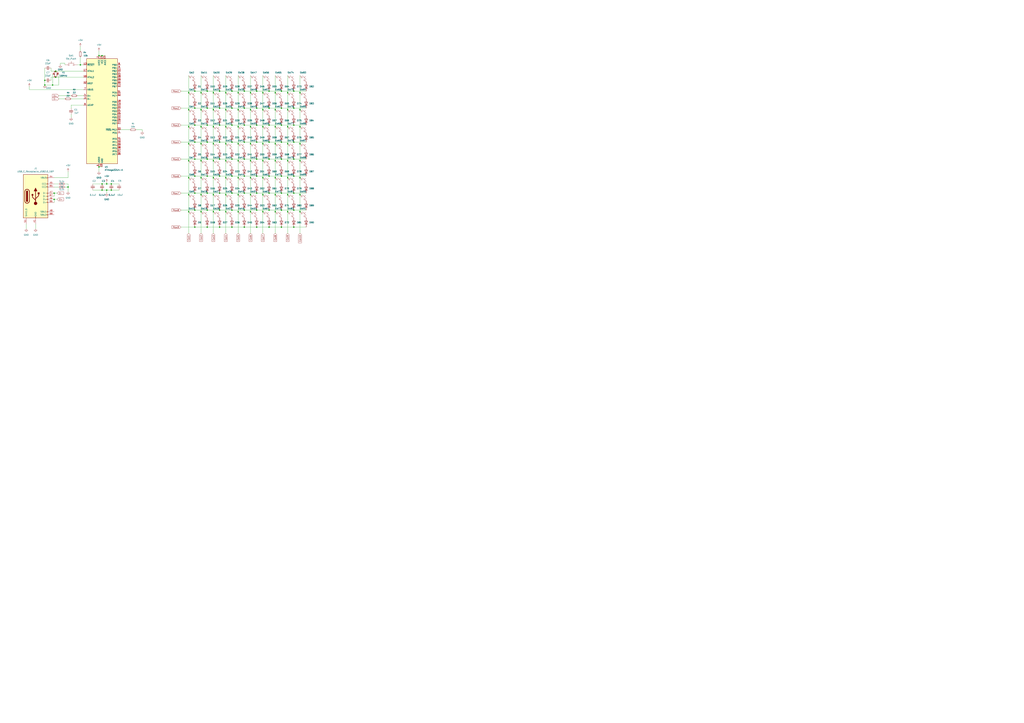
<source format=kicad_sch>
(kicad_sch (version 20250114) (generator "eeschema") (generator_version "9.0")
  (paper "A1")
  (junction (at 205.74 118.11))
  (junction (at 205.74 104.14))
  (junction (at 165.1 173.99))
  (junction (at 205.74 160.02))
  (junction (at 154.94 160.02))
  (junction (at 226.06 90.17))
  (junction (at 160.02 144.78))
  (junction (at 246.38 160.02))
  (junction (at 185.42 160.02))
  (junction (at 220.98 102.87))
  (junction (at 170.18 158.75))
  (junction (at 165.1 146.05))
  (junction (at 241.3 102.87))
  (junction (at 160.02 130.81))
  (junction (at 241.3 172.72))
  (junction (at 195.58 104.14))
  (junction (at 160.02 116.84))
  (junction (at 215.9 118.11))
  (junction (at 81.28 137.16))
  (junction (at 170.18 116.84))
  (junction (at 231.14 130.81))
  (junction (at 175.26 132.08))
  (junction (at 45.72 58.42))
  (junction (at 160.02 102.87))
  (junction (at 195.58 76.2))
  (junction (at 241.3 144.78))
  (junction (at 185.42 76.2))
  (junction (at 241.3 158.75))
  (junction (at 170.18 130.81))
  (junction (at 180.34 186.69))
  (junction (at 190.5 158.75))
  (junction (at 87.63 156.21))
  (junction (at 81.28 45.72))
  (junction (at 226.06 104.14))
  (junction (at 195.58 118.11))
  (junction (at 231.14 116.84))
  (junction (at 241.3 74.93))
  (junction (at 236.22 132.08))
  (junction (at 200.66 144.78))
  (junction (at 215.9 76.2))
  (junction (at 200.66 130.81))
  (junction (at 241.3 116.84))
  (junction (at 236.22 104.14))
  (junction (at 170.18 172.72))
  (junction (at 210.82 130.81))
  (junction (at 210.82 116.84))
  (junction (at 175.26 118.11))
  (junction (at 246.38 90.17))
  (junction (at 200.66 116.84))
  (junction (at 200.66 158.75))
  (junction (at 154.94 90.17))
  (junction (at 241.3 88.9))
  (junction (at 185.42 118.11))
  (junction (at 220.98 116.84))
  (junction (at 236.22 146.05))
  (junction (at 220.98 172.72))
  (junction (at 180.34 172.72))
  (junction (at 175.26 146.05))
  (junction (at 175.26 104.14))
  (junction (at 160.02 74.93))
  (junction (at 36.83 66.04))
  (junction (at 205.74 90.17))
  (junction (at 226.06 76.2))
  (junction (at 170.18 88.9))
  (junction (at 220.98 88.9))
  (junction (at 180.34 144.78))
  (junction (at 220.98 130.81))
  (junction (at 185.42 90.17))
  (junction (at 66.04 53.34))
  (junction (at 170.18 74.93))
  (junction (at 231.14 158.75))
  (junction (at 165.1 76.2))
  (junction (at 210.82 186.69))
  (junction (at 215.9 132.08))
  (junction (at 195.58 173.99))
  (junction (at 87.63 151.13))
  (junction (at 210.82 144.78))
  (junction (at 36.83 69.85))
  (junction (at 170.18 102.87))
  (junction (at 226.06 132.08))
  (junction (at 236.22 173.99))
  (junction (at 200.66 172.72))
  (junction (at 220.98 144.78))
  (junction (at 165.1 160.02))
  (junction (at 83.82 151.13))
  (junction (at 165.1 132.08))
  (junction (at 210.82 88.9))
  (junction (at 231.14 88.9))
  (junction (at 180.34 102.87))
  (junction (at 205.74 76.2))
  (junction (at 170.18 144.78))
  (junction (at 220.98 74.93))
  (junction (at 215.9 104.14))
  (junction (at 195.58 160.02))
  (junction (at 226.06 173.99))
  (junction (at 210.82 158.75))
  (junction (at 246.38 118.11))
  (junction (at 190.5 130.81))
  (junction (at 160.02 186.69))
  (junction (at 160.02 88.9))
  (junction (at 210.82 172.72))
  (junction (at 246.38 104.14))
  (junction (at 170.18 186.69))
  (junction (at 175.26 173.99))
  (junction (at 185.42 173.99))
  (junction (at 185.42 146.05))
  (junction (at 180.34 74.93))
  (junction (at 154.94 104.14))
  (junction (at 185.42 104.14))
  (junction (at 236.22 118.11))
  (junction (at 246.38 146.05))
  (junction (at 190.5 88.9))
  (junction (at 220.98 158.75))
  (junction (at 180.34 116.84))
  (junction (at 231.14 144.78))
  (junction (at 165.1 118.11))
  (junction (at 236.22 90.17))
  (junction (at 175.26 76.2))
  (junction (at 200.66 186.69))
  (junction (at 165.1 90.17))
  (junction (at 205.74 132.08))
  (junction (at 190.5 186.69))
  (junction (at 154.94 173.99))
  (junction (at 190.5 102.87))
  (junction (at 236.22 160.02))
  (junction (at 215.9 90.17))
  (junction (at 190.5 172.72))
  (junction (at 180.34 88.9))
  (junction (at 190.5 144.78))
  (junction (at 200.66 102.87))
  (junction (at 220.98 186.69))
  (junction (at 175.26 160.02))
  (junction (at 195.58 132.08))
  (junction (at 55.88 153.67))
  (junction (at 44.45 163.83))
  (junction (at 246.38 173.99))
  (junction (at 190.5 74.93))
  (junction (at 160.02 172.72))
  (junction (at 215.9 173.99))
  (junction (at 154.94 76.2))
  (junction (at 231.14 74.93))
  (junction (at 190.5 116.84))
  (junction (at 241.3 186.69))
  (junction (at 154.94 146.05))
  (junction (at 215.9 146.05))
  (junction (at 236.22 76.2))
  (junction (at 44.45 158.75))
  (junction (at 91.44 156.21))
  (junction (at 180.34 158.75))
  (junction (at 180.34 130.81))
  (junction (at 154.94 118.11))
  (junction (at 205.74 146.05))
  (junction (at 231.14 102.87))
  (junction (at 45.72 63.5))
  (junction (at 241.3 130.81))
  (junction (at 210.82 74.93))
  (junction (at 195.58 90.17))
  (junction (at 200.66 88.9))
  (junction (at 246.38 132.08))
  (junction (at 231.14 186.69))
  (junction (at 246.38 76.2))
  (junction (at 165.1 104.14))
  (junction (at 226.06 160.02))
  (junction (at 200.66 74.93))
  (junction (at 195.58 146.05))
  (junction (at 226.06 118.11))
  (junction (at 185.42 132.08))
  (junction (at 83.82 45.72))
  (junction (at 226.06 146.05))
  (junction (at 215.9 160.02))
  (junction (at 210.82 102.87))
  (junction (at 175.26 90.17))
  (junction (at 91.44 151.13))
  (junction (at 43.18 69.85))
  (junction (at 154.94 132.08))
  (junction (at 231.14 172.72))
  (junction (at 205.74 173.99))
  (junction (at 83.82 156.21))
  (junction (at 160.02 158.75))
  (wire (pts (xy 185.42 132.08) (xy 185.42 146.05)))
  (wire (pts (xy 41.91 58.42) (xy 41.91 55.88)))
  (wire (pts (xy 190.5 130.81) (xy 200.66 130.81)))
  (wire (pts (xy 175.26 160.02) (xy 175.26 173.99)))
  (wire (pts (xy 195.58 62.23) (xy 195.58 76.2)))
  (wire (pts (xy 180.34 116.84) (xy 190.5 116.84)))
  (wire (pts (xy 226.06 146.05) (xy 226.06 160.02)))
  (wire (pts (xy 48.26 81.28) (xy 53.34 81.28)))
  (wire (pts (xy 241.3 172.72) (xy 251.46 172.72)))
  (wire (pts (xy 160.02 74.93) (xy 170.18 74.93)))
  (wire (pts (xy 55.88 146.05) (xy 44.45 146.05)))
  (wire (pts (xy 44.45 163.83) (xy 46.99 163.83)))
  (wire (pts (xy 205.74 146.05) (xy 205.74 160.02)))
  (wire (pts (xy 43.18 69.85) (xy 36.83 69.85)))
  (wire (pts (xy 83.82 137.16) (xy 81.28 137.16)))
  (wire (pts (xy 63.5 78.74) (xy 68.58 78.74)))
  (wire (pts (xy 175.26 62.23) (xy 175.26 76.2)))
  (wire (pts (xy 195.58 160.02) (xy 195.58 173.99)))
  (wire (pts (xy 165.1 118.11) (xy 165.1 132.08)))
  (wire (pts (xy 68.58 86.36) (xy 58.42 86.36)))
  (wire (pts (xy 210.82 88.9) (xy 220.98 88.9)))
  (wire (pts (xy 226.06 132.08) (xy 226.06 146.05)))
  (wire (pts (xy 49.53 52.07) (xy 49.53 53.34)))
  (wire (pts (xy 190.5 74.93) (xy 200.66 74.93)))
  (wire (pts (xy 154.94 104.14) (xy 154.94 118.11)))
  (wire (pts (xy 241.3 116.84) (xy 251.46 116.84)))
  (wire (pts (xy 165.1 146.05) (xy 165.1 160.02)))
  (wire (pts (xy 160.02 88.9) (xy 170.18 88.9)))
  (wire (pts (xy 45.72 58.42) (xy 41.91 58.42)))
  (wire (pts (xy 36.83 66.04) (xy 36.83 69.85)))
  (wire (pts (xy 154.94 173.99) (xy 154.94 191.77)))
  (wire (pts (xy 185.42 62.23) (xy 185.42 76.2)))
  (wire (pts (xy 160.02 158.75) (xy 170.18 158.75)))
  (wire (pts (xy 195.58 104.14) (xy 195.58 118.11)))
  (wire (pts (xy 246.38 173.99) (xy 246.38 191.77)))
  (wire (pts (xy 215.9 160.02) (xy 215.9 173.99)))
  (wire (pts (xy 148.59 116.84) (xy 160.02 116.84)))
  (wire (pts (xy 231.14 88.9) (xy 241.3 88.9)))
  (wire (pts (xy 246.38 118.11) (xy 246.38 132.08)))
  (wire (pts (xy 205.74 104.14) (xy 205.74 118.11)))
  (wire (pts (xy 200.66 186.69) (xy 210.82 186.69)))
  (wire (pts (xy 246.38 146.05) (xy 246.38 160.02)))
  (wire (pts (xy 190.5 172.72) (xy 200.66 172.72)))
  (wire (pts (xy 210.82 172.72) (xy 220.98 172.72)))
  (wire (pts (xy 170.18 158.75) (xy 180.34 158.75)))
  (wire (pts (xy 231.14 130.81) (xy 241.3 130.81)))
  (wire (pts (xy 180.34 74.93) (xy 190.5 74.93)))
  (wire (pts (xy 205.74 160.02) (xy 205.74 173.99)))
  (wire (pts (xy 231.14 144.78) (xy 241.3 144.78)))
  (wire (pts (xy 44.45 153.67) (xy 48.26 153.67)))
  (wire (pts (xy 29.21 184.15) (xy 29.21 187.96)))
  (wire (pts (xy 81.28 137.16) (xy 81.28 140.97)))
  (wire (pts (xy 99.06 106.68) (xy 106.68 106.68)))
  (wire (pts (xy 148.59 172.72) (xy 160.02 172.72)))
  (wire (pts (xy 220.98 74.93) (xy 231.14 74.93)))
  (wire (pts (xy 241.3 102.87) (xy 251.46 102.87)))
  (wire (pts (xy 210.82 102.87) (xy 220.98 102.87)))
  (wire (pts (xy 165.1 160.02) (xy 165.1 173.99)))
  (wire (pts (xy 246.38 62.23) (xy 246.38 76.2)))
  (wire (pts (xy 44.45 158.75) (xy 46.99 158.75)))
  (wire (pts (xy 220.98 172.72) (xy 231.14 172.72)))
  (wire (pts (xy 200.66 130.81) (xy 210.82 130.81)))
  (wire (pts (xy 236.22 173.99) (xy 236.22 191.77)))
  (wire (pts (xy 231.14 102.87) (xy 241.3 102.87)))
  (wire (pts (xy 165.1 62.23) (xy 165.1 76.2)))
  (wire (pts (xy 63.5 53.34) (xy 66.04 53.34)))
  (wire (pts (xy 154.94 62.23) (xy 154.94 76.2)))
  (wire (pts (xy 175.26 146.05) (xy 175.26 160.02)))
  (wire (pts (xy 81.28 41.91) (xy 81.28 45.72)))
  (wire (pts (xy 241.3 74.93) (xy 251.46 74.93)))
  (wire (pts (xy 154.94 118.11) (xy 154.94 132.08)))
  (wire (pts (xy 195.58 132.08) (xy 195.58 146.05)))
  (wire (pts (xy 215.9 118.11) (xy 215.9 132.08)))
  (wire (pts (xy 231.14 116.84) (xy 241.3 116.84)))
  (wire (pts (xy 165.1 104.14) (xy 165.1 118.11)))
  (wire (pts (xy 58.42 93.98) (xy 58.42 96.52)))
  (wire (pts (xy 154.94 146.05) (xy 154.94 160.02)))
  (wire (pts (xy 231.14 186.69) (xy 241.3 186.69)))
  (wire (pts (xy 175.26 173.99) (xy 175.26 191.77)))
  (wire (pts (xy 246.38 104.14) (xy 246.38 118.11)))
  (wire (pts (xy 180.34 186.69) (xy 190.5 186.69)))
  (wire (pts (xy 246.38 76.2) (xy 246.38 90.17)))
  (wire (pts (xy 226.06 104.14) (xy 226.06 118.11)))
  (wire (pts (xy 154.94 76.2) (xy 154.94 90.17)))
  (wire (pts (xy 53.34 52.07) (xy 49.53 52.07)))
  (wire (pts (xy 66.04 38.1) (xy 66.04 41.91)))
  (wire (pts (xy 205.74 132.08) (xy 205.74 146.05)))
  (wire (pts (xy 44.45 158.75) (xy 44.45 161.29)))
  (wire (pts (xy 148.59 102.87) (xy 160.02 102.87)))
  (wire (pts (xy 190.5 102.87) (xy 200.66 102.87)))
  (wire (pts (xy 44.45 163.83) (xy 44.45 166.37)))
  (wire (pts (xy 210.82 74.93) (xy 220.98 74.93)))
  (wire (pts (xy 175.26 132.08) (xy 175.26 146.05)))
  (wire (pts (xy 180.34 88.9) (xy 190.5 88.9)))
  (wire (pts (xy 160.02 186.69) (xy 170.18 186.69)))
  (wire (pts (xy 215.9 90.17) (xy 215.9 104.14)))
  (wire (pts (xy 91.44 156.21) (xy 97.79 156.21)))
  (wire (pts (xy 148.59 88.9) (xy 160.02 88.9)))
  (wire (pts (xy 66.04 46.99) (xy 66.04 53.34)))
  (wire (pts (xy 55.88 153.67) (xy 55.88 157.48)))
  (wire (pts (xy 185.42 146.05) (xy 185.42 160.02)))
  (wire (pts (xy 205.74 76.2) (xy 205.74 90.17)))
  (wire (pts (xy 195.58 146.05) (xy 195.58 160.02)))
  (wire (pts (xy 154.94 132.08) (xy 154.94 146.05)))
  (wire (pts (xy 116.84 106.68) (xy 111.76 106.68)))
  (wire (pts (xy 43.18 60.96) (xy 43.18 69.85)))
  (wire (pts (xy 55.88 153.67) (xy 53.34 153.67)))
  (wire (pts (xy 220.98 88.9) (xy 231.14 88.9)))
  (wire (pts (xy 210.82 116.84) (xy 220.98 116.84)))
  (wire (pts (xy 87.63 149.86) (xy 87.63 151.13)))
  (wire (pts (xy 226.06 173.99) (xy 226.06 191.77)))
  (wire (pts (xy 241.3 144.78) (xy 251.46 144.78)))
  (wire (pts (xy 236.22 118.11) (xy 236.22 132.08)))
  (wire (pts (xy 175.26 118.11) (xy 175.26 132.08)))
  (wire (pts (xy 241.3 186.69) (xy 251.46 186.69)))
  (wire (pts (xy 236.22 146.05) (xy 236.22 160.02)))
  (wire (pts (xy 236.22 132.08) (xy 236.22 146.05)))
  (wire (pts (xy 87.63 156.21) (xy 87.63 158.75)))
  (wire (pts (xy 185.42 173.99) (xy 185.42 191.77)))
  (wire (pts (xy 185.42 104.14) (xy 185.42 118.11)))
  (wire (pts (xy 170.18 74.93) (xy 180.34 74.93)))
  (wire (pts (xy 154.94 160.02) (xy 154.94 173.99)))
  (wire (pts (xy 165.1 173.99) (xy 165.1 191.77)))
  (wire (pts (xy 190.5 88.9) (xy 200.66 88.9)))
  (wire (pts (xy 220.98 130.81) (xy 231.14 130.81)))
  (wire (pts (xy 205.74 62.23) (xy 205.74 76.2)))
  (wire (pts (xy 215.9 104.14) (xy 215.9 118.11)))
  (wire (pts (xy 200.66 116.84) (xy 210.82 116.84)))
  (wire (pts (xy 200.66 74.93) (xy 210.82 74.93)))
  (wire (pts (xy 170.18 88.9) (xy 180.34 88.9)))
  (wire (pts (xy 58.42 81.28) (xy 68.58 81.28)))
  (wire (pts (xy 215.9 62.23) (xy 215.9 76.2)))
  (wire (pts (xy 160.02 116.84) (xy 170.18 116.84)))
  (wire (pts (xy 165.1 90.17) (xy 165.1 104.14)))
  (wire (pts (xy 180.34 130.81) (xy 190.5 130.81)))
  (wire (pts (xy 200.66 102.87) (xy 210.82 102.87)))
  (wire (pts (xy 175.26 76.2) (xy 175.26 90.17)))
  (wire (pts (xy 66.04 53.34) (xy 68.58 53.34)))
  (wire (pts (xy 87.63 151.13) (xy 91.44 151.13)))
  (wire (pts (xy 200.66 158.75) (xy 210.82 158.75)))
  (wire (pts (xy 236.22 160.02) (xy 236.22 173.99)))
  (wire (pts (xy 165.1 76.2) (xy 165.1 90.17)))
  (wire (pts (xy 226.06 76.2) (xy 226.06 90.17)))
  (wire (pts (xy 53.34 151.13) (xy 55.88 151.13)))
  (wire (pts (xy 148.59 144.78) (xy 160.02 144.78)))
  (wire (pts (xy 215.9 173.99) (xy 215.9 191.77)))
  (wire (pts (xy 226.06 160.02) (xy 226.06 173.99)))
  (wire (pts (xy 180.34 172.72) (xy 190.5 172.72)))
  (wire (pts (xy 190.5 158.75) (xy 200.66 158.75)))
  (wire (pts (xy 215.9 76.2) (xy 215.9 90.17)))
  (wire (pts (xy 195.58 76.2) (xy 195.58 90.17)))
  (wire (pts (xy 170.18 172.72) (xy 180.34 172.72)))
  (wire (pts (xy 210.82 130.81) (xy 220.98 130.81)))
  (wire (pts (xy 160.02 144.78) (xy 170.18 144.78)))
  (wire (pts (xy 180.34 144.78) (xy 190.5 144.78)))
  (wire (pts (xy 195.58 173.99) (xy 195.58 191.77)))
  (wire (pts (xy 190.5 186.69) (xy 200.66 186.69)))
  (wire (pts (xy 231.14 74.93) (xy 241.3 74.93)))
  (wire (pts (xy 148.59 130.81) (xy 160.02 130.81)))
  (wire (pts (xy 170.18 186.69) (xy 180.34 186.69)))
  (wire (pts (xy 160.02 102.87) (xy 170.18 102.87)))
  (wire (pts (xy 45.72 63.5) (xy 68.58 63.5)))
  (wire (pts (xy 45.72 58.42) (xy 68.58 58.42)))
  (wire (pts (xy 195.58 90.17) (xy 195.58 104.14)))
  (wire (pts (xy 170.18 144.78) (xy 180.34 144.78)))
  (wire (pts (xy 21.59 184.15) (xy 21.59 187.96)))
  (wire (pts (xy 200.66 88.9) (xy 210.82 88.9)))
  (wire (pts (xy 180.34 158.75) (xy 190.5 158.75)))
  (wire (pts (xy 83.82 45.72) (xy 86.36 45.72)))
  (wire (pts (xy 190.5 144.78) (xy 200.66 144.78)))
  (wire (pts (xy 215.9 132.08) (xy 215.9 146.05)))
  (wire (pts (xy 185.42 76.2) (xy 185.42 90.17)))
  (wire (pts (xy 195.58 118.11) (xy 195.58 132.08)))
  (wire (pts (xy 200.66 144.78) (xy 210.82 144.78)))
  (wire (pts (xy 190.5 116.84) (xy 200.66 116.84)))
  (wire (pts (xy 246.38 160.02) (xy 246.38 173.99)))
  (wire (pts (xy 148.59 158.75) (xy 160.02 158.75)))
  (wire (pts (xy 36.83 55.88) (xy 36.83 66.04)))
  (wire (pts (xy 185.42 160.02) (xy 185.42 173.99)))
  (wire (pts (xy 68.58 73.66) (xy 24.13 73.66)))
  (wire (pts (xy 81.28 45.72) (xy 83.82 45.72)))
  (wire (pts (xy 231.14 172.72) (xy 241.3 172.72)))
  (wire (pts (xy 185.42 90.17) (xy 185.42 104.14)))
  (wire (pts (xy 154.94 90.17) (xy 154.94 104.14)))
  (wire (pts (xy 226.06 62.23) (xy 226.06 76.2)))
  (wire (pts (xy 48.26 69.85) (xy 43.18 69.85)))
  (wire (pts (xy 185.42 118.11) (xy 185.42 132.08)))
  (wire (pts (xy 48.26 60.96) (xy 48.26 69.85)))
  (wire (pts (xy 180.34 102.87) (xy 190.5 102.87)))
  (wire (pts (xy 83.82 151.13) (xy 87.63 151.13)))
  (wire (pts (xy 226.06 118.11) (xy 226.06 132.08)))
  (wire (pts (xy 241.3 130.81) (xy 251.46 130.81)))
  (wire (pts (xy 170.18 102.87) (xy 180.34 102.87)))
  (wire (pts (xy 236.22 104.14) (xy 236.22 118.11)))
  (wire (pts (xy 55.88 140.97) (xy 55.88 146.05)))
  (wire (pts (xy 87.63 156.21) (xy 91.44 156.21)))
  (wire (pts (xy 44.45 151.13) (xy 48.26 151.13)))
  (wire (pts (xy 48.26 78.74) (xy 58.42 78.74)))
  (wire (pts (xy 220.98 144.78) (xy 231.14 144.78)))
  (wire (pts (xy 76.2 156.21) (xy 83.82 156.21)))
  (wire (pts (xy 210.82 158.75) (xy 220.98 158.75)))
  (wire (pts (xy 160.02 172.72) (xy 170.18 172.72)))
  (wire (pts (xy 210.82 144.78) (xy 220.98 144.78)))
  (wire (pts (xy 246.38 90.17) (xy 246.38 104.14)))
  (wire (pts (xy 116.84 107.95) (xy 116.84 106.68)))
  (wire (pts (xy 215.9 146.05) (xy 215.9 160.02)))
  (wire (pts (xy 53.34 53.34) (xy 53.34 52.07)))
  (wire (pts (xy 83.82 156.21) (xy 87.63 156.21)))
  (wire (pts (xy 205.74 118.11) (xy 205.74 132.08)))
  (wire (pts (xy 41.91 63.5) (xy 41.91 66.04)))
  (wire (pts (xy 220.98 102.87) (xy 231.14 102.87)))
  (wire (pts (xy 241.3 88.9) (xy 251.46 88.9)))
  (wire (pts (xy 45.72 63.5) (xy 41.91 63.5)))
  (wire (pts (xy 175.26 90.17) (xy 175.26 104.14)))
  (wire (pts (xy 236.22 76.2) (xy 236.22 90.17)))
  (wire (pts (xy 226.06 90.17) (xy 226.06 104.14)))
  (wire (pts (xy 220.98 186.69) (xy 231.14 186.69)))
  (wire (pts (xy 220.98 158.75) (xy 231.14 158.75)))
  (wire (pts (xy 175.26 104.14) (xy 175.26 118.11)))
  (wire (pts (xy 236.22 62.23) (xy 236.22 76.2)))
  (wire (pts (xy 170.18 130.81) (xy 180.34 130.81)))
  (wire (pts (xy 241.3 158.75) (xy 251.46 158.75)))
  (wire (pts (xy 55.88 151.13) (xy 55.88 153.67)))
  (wire (pts (xy 165.1 132.08) (xy 165.1 146.05)))
  (wire (pts (xy 76.2 151.13) (xy 83.82 151.13)))
  (wire (pts (xy 246.38 132.08) (xy 246.38 146.05)))
  (wire (pts (xy 58.42 86.36) (xy 58.42 88.9)))
  (wire (pts (xy 231.14 158.75) (xy 241.3 158.75)))
  (wire (pts (xy 205.74 90.17) (xy 205.74 104.14)))
  (wire (pts (xy 160.02 130.81) (xy 170.18 130.81)))
  (wire (pts (xy 220.98 116.84) (xy 231.14 116.84)))
  (wire (pts (xy 210.82 186.69) (xy 220.98 186.69)))
  (wire (pts (xy 91.44 151.13) (xy 97.79 151.13)))
  (wire (pts (xy 24.13 73.66) (xy 24.13 71.12)))
  (wire (pts (xy 148.59 186.69) (xy 160.02 186.69)))
  (wire (pts (xy 148.59 74.93) (xy 160.02 74.93)))
  (wire (pts (xy 170.18 116.84) (xy 180.34 116.84)))
  (wire (pts (xy 236.22 90.17) (xy 236.22 104.14)))
  (wire (pts (xy 200.66 172.72) (xy 210.82 172.72)))
  (wire (pts (xy 205.74 173.99) (xy 205.74 191.77)))
  (global_label "Col2" (shape input) (at 165.1 191.77 270) (property "Intersheetrefs" "${INTERSHEET_REFS}" (effects (hide yes))))
  (global_label "Col10" (shape input) (at 246.38 191.77 270) (property "Intersheetrefs" "${INTERSHEET_REFS}" (effects (hide yes))))
  (global_label "Col3" (shape input) (at 175.26 191.77 270) (property "Intersheetrefs" "${INTERSHEET_REFS}" (effects (hide yes))))
  (global_label "Col8" (shape input) (at 226.06 191.77 270) (property "Intersheetrefs" "${INTERSHEET_REFS}" (effects (hide yes))))
  (global_label "Col5" (shape input) (at 195.58 191.77 270) (property "Intersheetrefs" "${INTERSHEET_REFS}" (effects (hide yes))))
  (global_label "Row3" (shape input) (at 148.59 102.87 180) (property "Intersheetrefs" "${INTERSHEET_REFS}" (effects (hide yes))))
  (global_label "Col6" (shape input) (at 205.74 191.77 270) (property "Intersheetrefs" "${INTERSHEET_REFS}" (effects (hide yes))))
  (global_label "Row4" (shape input) (at 148.59 116.84 180) (property "Intersheetrefs" "${INTERSHEET_REFS}" (effects (hide yes))))
  (global_label "Col9" (shape input) (at 236.22 191.77 270) (property "Intersheetrefs" "${INTERSHEET_REFS}" (effects (hide yes))))
  (global_label "Col7" (shape input) (at 215.9 191.77 270) (property "Intersheetrefs" "${INTERSHEET_REFS}" (effects (hide yes))))
  (global_label "Row2" (shape input) (at 148.59 88.9 180) (property "Intersheetrefs" "${INTERSHEET_REFS}" (effects (hide yes))))
  (global_label "Col4" (shape input) (at 185.42 191.77 270) (property "Intersheetrefs" "${INTERSHEET_REFS}" (effects (hide yes))))
  (global_label "D+" (shape input) (at 48.26 78.74 180) (property "Intersheetrefs" "${INTERSHEET_REFS}" (effects (hide yes))))
  (global_label "D-" (shape input) (at 48.26 81.28 180) (property "Intersheetrefs" "${INTERSHEET_REFS}" (effects (hide yes))))
  (global_label "Row8" (shape input) (at 148.59 172.72 180) (property "Intersheetrefs" "${INTERSHEET_REFS}" (effects (hide yes))))
  (global_label "Col1" (shape input) (at 154.94 191.77 270) (property "Intersheetrefs" "${INTERSHEET_REFS}" (effects (hide yes))))
  (global_label "Row5" (shape input) (at 148.59 130.81 180) (property "Intersheetrefs" "${INTERSHEET_REFS}" (effects (hide yes))))
  (global_label "D+" (shape input) (at 46.99 163.83 0) (property "Intersheetrefs" "${INTERSHEET_REFS}" (effects (hide yes))))
  (global_label "Row9" (shape input) (at 148.59 186.69 180) (property "Intersheetrefs" "${INTERSHEET_REFS}" (effects (hide yes))))
  (global_label "Row1" (shape input) (at 148.59 74.93 180) (property "Intersheetrefs" "${INTERSHEET_REFS}" (effects (hide yes))))
  (global_label "Row6" (shape input) (at 148.59 144.78 180) (property "Intersheetrefs" "${INTERSHEET_REFS}" (effects (hide yes))))
  (global_label "D-" (shape input) (at 46.99 158.75 0) (property "Intersheetrefs" "${INTERSHEET_REFS}" (effects (hide yes))))
  (global_label "Row7" (shape input) (at 148.59 158.75 180) (property "Intersheetrefs" "${INTERSHEET_REFS}" (effects (hide yes))))
  (symbol (lib_id "Switch:SW_Push_45deg") (at 187.96 78.74 0) (unit 1)
    (property "Reference" "SW30" (at 187.96 73.66 0))
    (property "Value" "SW_Push_45deg" (effects (hide yes)))
    (property "Description" "Push button switch, normally open, two pins, 45° tilted" (effects (hide yes)))
  )
  (symbol (lib_id "Diode:1N4148WT") (at 170.18 182.88 90) (unit 1)
    (property "Reference" "D18" (at 172.72 182.8799 90) (effects (justify right)))
    (property "Value" "1N4148WT" (effects (hide yes)))
    (property "Footprint" "Diode_SMD:D_SOD-523" (effects (hide yes)))
    (property "Datasheet" "https://www.diodes.com/assets/Datasheets/ds30396.pdf" (effects (hide yes)))
    (property "Description" "75V 0.15A Fast switching Diode, SOD-523" (effects (hide yes)))
    (property "Sim.Device" "D" (effects (hide yes)))
    (property "Sim.Pins" "1=K 2=A" (effects (hide yes)))
  )
  (symbol (lib_id "Switch:SW_Push_45deg") (at 177.8 134.62 0) (unit 1)
    (property "Reference" "SW25" (at 177.8 129.54 0))
    (property "Value" "SW_Push_45deg" (effects (hide yes)))
    (property "Description" "Push button switch, normally open, two pins, 45° tilted" (effects (hide yes)))
  )
  (symbol (lib_id "Switch:SW_Push_45deg") (at 198.12 148.59 0) (unit 1)
    (property "Reference" "SW44" (at 198.12 143.51 0))
    (property "Value" "SW_Push_45deg" (effects (hide yes)))
    (property "Description" "Push button switch, normally open, two pins, 45° tilted" (effects (hide yes)))
  )
  (symbol (lib_id "Diode:1N4148WT") (at 200.66 154.94 90) (unit 1)
    (property "Reference" "D43" (at 203.2 154.9399 90) (effects (justify right)))
    (property "Value" "1N4148WT" (effects (hide yes)))
    (property "Footprint" "Diode_SMD:D_SOD-523" (effects (hide yes)))
    (property "Datasheet" "https://www.diodes.com/assets/Datasheets/ds30396.pdf" (effects (hide yes)))
    (property "Description" "75V 0.15A Fast switching Diode, SOD-523" (effects (hide yes)))
    (property "Sim.Device" "D" (effects (hide yes)))
    (property "Sim.Pins" "1=K 2=A" (effects (hide yes)))
  )
  (symbol (lib_id "Diode:1N4148WT") (at 180.34 113.03 90) (unit 1)
    (property "Reference" "D22" (at 182.88 113.0299 90) (effects (justify right)))
    (property "Value" "1N4148WT" (effects (hide yes)))
    (property "Footprint" "Diode_SMD:D_SOD-523" (effects (hide yes)))
    (property "Datasheet" "https://www.diodes.com/assets/Datasheets/ds30396.pdf" (effects (hide yes)))
    (property "Description" "75V 0.15A Fast switching Diode, SOD-523" (effects (hide yes)))
    (property "Sim.Device" "D" (effects (hide yes)))
    (property "Sim.Pins" "1=K 2=A" (effects (hide yes)))
  )
  (symbol (lib_id "Switch:SW_Push_45deg") (at 208.28 120.65 0) (unit 1)
    (property "Reference" "SW51" (at 208.28 115.57 0))
    (property "Value" "SW_Push_45deg" (effects (hide yes)))
    (property "Description" "Push button switch, normally open, two pins, 45° tilted" (effects (hide yes)))
  )
  (symbol (lib_id "Switch:SW_Push_45deg") (at 208.28 78.74 0) (unit 1)
    (property "Reference" "SW48" (at 208.28 73.66 0))
    (property "Value" "SW_Push_45deg" (effects (hide yes)))
    (property "Description" "Push button switch, normally open, two pins, 45° tilted" (effects (hide yes)))
  )
  (symbol (lib_id "Diode:1N4148WT") (at 160.02 140.97 90) (unit 1)
    (property "Reference" "D6" (at 162.56 140.9699 90) (effects (justify right)))
    (property "Value" "1N4148WT" (effects (hide yes)))
    (property "Footprint" "Diode_SMD:D_SOD-523" (effects (hide yes)))
    (property "Datasheet" "https://www.diodes.com/assets/Datasheets/ds30396.pdf" (effects (hide yes)))
    (property "Description" "75V 0.15A Fast switching Diode, SOD-523" (effects (hide yes)))
    (property "Sim.Device" "D" (effects (hide yes)))
    (property "Sim.Pins" "1=K 2=A" (effects (hide yes)))
  )
  (symbol (lib_id "Device:C_Small") (at 83.82 153.67 0) (unit 1)
    (property "Reference" "C3" (at 83.566 148.844 0) (effects (justify left)))
    (property "Value" "0.1uF" (at 81.28 160.274 0) (effects (justify left)))
    (property "Description" "Unpolarized capacitor, small symbol" (effects (hide yes)))
  )
  (symbol (lib_id "Device:C_Small") (at 39.37 55.88 90) (unit 1)
    (property "Reference" "C6" (at 39.3763 49.53 90))
    (property "Value" "22pF" (at 39.3763 52.07 90))
    (property "Description" "Unpolarized capacitor, small symbol" (effects (hide yes)))
  )
  (symbol (lib_id "Diode:1N4148WT") (at 180.34 168.91 90) (unit 1)
    (property "Reference" "D26" (at 182.88 168.9099 90) (effects (justify right)))
    (property "Value" "1N4148WT" (effects (hide yes)))
    (property "Footprint" "Diode_SMD:D_SOD-523" (effects (hide yes)))
    (property "Datasheet" "https://www.diodes.com/assets/Datasheets/ds30396.pdf" (effects (hide yes)))
    (property "Description" "75V 0.15A Fast switching Diode, SOD-523" (effects (hide yes)))
    (property "Sim.Device" "D" (effects (hide yes)))
    (property "Sim.Pins" "1=K 2=A" (effects (hide yes)))
  )
  (symbol (lib_id "Switch:SW_Push_45deg") (at 177.8 106.68 0) (unit 1)
    (property "Reference" "SW23" (at 177.8 101.6 0))
    (property "Value" "SW_Push_45deg" (effects (hide yes)))
    (property "Description" "Push button switch, normally open, two pins, 45° tilted" (effects (hide yes)))
  )
  (symbol (lib_id "Diode:1N4148WT") (at 220.98 140.97 90) (unit 1)
    (property "Reference" "D60" (at 223.52 140.9699 90) (effects (justify right)))
    (property "Value" "1N4148WT" (effects (hide yes)))
    (property "Footprint" "Diode_SMD:D_SOD-523" (effects (hide yes)))
    (property "Datasheet" "https://www.diodes.com/assets/Datasheets/ds30396.pdf" (effects (hide yes)))
    (property "Description" "75V 0.15A Fast switching Diode, SOD-523" (effects (hide yes)))
    (property "Sim.Device" "D" (effects (hide yes)))
    (property "Sim.Pins" "1=K 2=A" (effects (hide yes)))
  )
  (symbol (lib_id "Diode:1N4148WT") (at 210.82 127 90) (unit 1)
    (property "Reference" "D50" (at 213.36 126.9999 90) (effects (justify right)))
    (property "Value" "1N4148WT" (effects (hide yes)))
    (property "Footprint" "Diode_SMD:D_SOD-523" (effects (hide yes)))
    (property "Datasheet" "https://www.diodes.com/assets/Datasheets/ds30396.pdf" (effects (hide yes)))
    (property "Description" "75V 0.15A Fast switching Diode, SOD-523" (effects (hide yes)))
    (property "Sim.Device" "D" (effects (hide yes)))
    (property "Sim.Pins" "1=K 2=A" (effects (hide yes)))
  )
  (symbol (lib_id "Diode:1N4148WT") (at 251.46 113.03 90) (unit 1)
    (property "Reference" "D85" (at 254 113.0299 90) (effects (justify right)))
    (property "Value" "1N4148WT" (effects (hide yes)))
    (property "Footprint" "Diode_SMD:D_SOD-523" (effects (hide yes)))
    (property "Datasheet" "https://www.diodes.com/assets/Datasheets/ds30396.pdf" (effects (hide yes)))
    (property "Description" "75V 0.15A Fast switching Diode, SOD-523" (effects (hide yes)))
    (property "Sim.Device" "D" (effects (hide yes)))
    (property "Sim.Pins" "1=K 2=A" (effects (hide yes)))
  )
  (symbol (lib_id "Diode:1N4148WT") (at 241.3 140.97 90) (unit 1)
    (property "Reference" "D78" (at 243.84 140.9699 90) (effects (justify right)))
    (property "Value" "1N4148WT" (effects (hide yes)))
    (property "Footprint" "Diode_SMD:D_SOD-523" (effects (hide yes)))
    (property "Datasheet" "https://www.diodes.com/assets/Datasheets/ds30396.pdf" (effects (hide yes)))
    (property "Description" "75V 0.15A Fast switching Diode, SOD-523" (effects (hide yes)))
    (property "Sim.Device" "D" (effects (hide yes)))
    (property "Sim.Pins" "1=K 2=A" (effects (hide yes)))
  )
  (symbol (lib_id "Diode:1N4148WT") (at 200.66 168.91 90) (unit 1)
    (property "Reference" "D44" (at 203.2 168.9099 90) (effects (justify right)))
    (property "Value" "1N4148WT" (effects (hide yes)))
    (property "Footprint" "Diode_SMD:D_SOD-523" (effects (hide yes)))
    (property "Datasheet" "https://www.diodes.com/assets/Datasheets/ds30396.pdf" (effects (hide yes)))
    (property "Description" "75V 0.15A Fast switching Diode, SOD-523" (effects (hide yes)))
    (property "Sim.Device" "D" (effects (hide yes)))
    (property "Sim.Pins" "1=K 2=A" (effects (hide yes)))
  )
  (symbol (lib_id "Switch:SW_Push_45deg") (at 167.64 78.74 0) (unit 1)
    (property "Reference" "SW12" (at 167.64 73.66 0))
    (property "Value" "SW_Push_45deg" (effects (hide yes)))
    (property "Description" "Push button switch, normally open, two pins, 45° tilted" (effects (hide yes)))
  )
  (symbol (lib_id "Diode:1N4148WT") (at 241.3 182.88 90) (unit 1)
    (property "Reference" "D81" (at 243.84 182.8799 90) (effects (justify right)))
    (property "Value" "1N4148WT" (effects (hide yes)))
    (property "Footprint" "Diode_SMD:D_SOD-523" (effects (hide yes)))
    (property "Datasheet" "https://www.diodes.com/assets/Datasheets/ds30396.pdf" (effects (hide yes)))
    (property "Description" "75V 0.15A Fast switching Diode, SOD-523" (effects (hide yes)))
    (property "Sim.Device" "D" (effects (hide yes)))
    (property "Sim.Pins" "1=K 2=A" (effects (hide yes)))
  )
  (symbol (lib_id "Switch:SW_Push") (at 58.42 53.34 0) (unit 1)
    (property "Reference" "SW1" (at 58.42 45.72 0))
    (property "Value" "SW_Push" (at 58.42 48.26 0))
    (property "Description" "Push button switch, generic, two pins" (effects (hide yes)))
  )
  (symbol (lib_id "Diode:1N4148WT") (at 210.82 99.06 90) (unit 1)
    (property "Reference" "D48" (at 213.36 99.0599 90) (effects (justify right)))
    (property "Value" "1N4148WT" (effects (hide yes)))
    (property "Footprint" "Diode_SMD:D_SOD-523" (effects (hide yes)))
    (property "Datasheet" "https://www.diodes.com/assets/Datasheets/ds30396.pdf" (effects (hide yes)))
    (property "Description" "75V 0.15A Fast switching Diode, SOD-523" (effects (hide yes)))
    (property "Sim.Device" "D" (effects (hide yes)))
    (property "Sim.Pins" "1=K 2=A" (effects (hide yes)))
  )
  (symbol (lib_id "Diode:1N4148WT") (at 170.18 140.97 90) (unit 1)
    (property "Reference" "D15" (at 172.72 140.9699 90) (effects (justify right)))
    (property "Value" "1N4148WT" (effects (hide yes)))
    (property "Footprint" "Diode_SMD:D_SOD-523" (effects (hide yes)))
    (property "Datasheet" "https://www.diodes.com/assets/Datasheets/ds30396.pdf" (effects (hide yes)))
    (property "Description" "75V 0.15A Fast switching Diode, SOD-523" (effects (hide yes)))
    (property "Sim.Device" "D" (effects (hide yes)))
    (property "Sim.Pins" "1=K 2=A" (effects (hide yes)))
  )
  (symbol (lib_id "Switch:SW_Push_45deg") (at 218.44 92.71 0) (unit 1)
    (property "Reference" "SW58" (at 218.44 87.63 0))
    (property "Value" "SW_Push_45deg" (effects (hide yes)))
    (property "Description" "Push button switch, normally open, two pins, 45° tilted" (effects (hide yes)))
  )
  (symbol (lib_id "Device:C_Small") (at 91.44 153.67 0) (unit 1)
    (property "Reference" "C4" (at 91.186 148.844 0) (effects (justify left)))
    (property "Value" "0.1uF" (at 89.154 160.274 0) (effects (justify left)))
    (property "Description" "Unpolarized capacitor, small symbol" (effects (hide yes)))
  )
  (symbol (lib_id "Switch:SW_Push_45deg") (at 187.96 176.53 0) (unit 1)
    (property "Reference" "SW37" (at 187.96 171.45 0))
    (property "Value" "SW_Push_45deg" (effects (hide yes)))
    (property "Description" "Push button switch, normally open, two pins, 45° tilted" (effects (hide yes)))
  )
  (symbol (lib_id "Diode:1N4148WT") (at 190.5 168.91 90) (unit 1)
    (property "Reference" "D35" (at 193.04 168.9099 90) (effects (justify right)))
    (property "Value" "1N4148WT" (effects (hide yes)))
    (property "Footprint" "Diode_SMD:D_SOD-523" (effects (hide yes)))
    (property "Datasheet" "https://www.diodes.com/assets/Datasheets/ds30396.pdf" (effects (hide yes)))
    (property "Description" "75V 0.15A Fast switching Diode, SOD-523" (effects (hide yes)))
    (property "Sim.Device" "D" (effects (hide yes)))
    (property "Sim.Pins" "1=K 2=A" (effects (hide yes)))
  )
  (symbol (lib_id "Switch:SW_Push_45deg") (at 238.76 64.77 0) (unit 1)
    (property "Reference" "SW74" (at 238.76 59.69 0))
    (property "Value" "SW_Push_45deg" (effects (hide yes)))
    (property "Description" "Push button switch, normally open, two pins, 45° tilted" (effects (hide yes)))
  )
  (symbol (lib_id "Switch:SW_Push_45deg") (at 157.48 162.56 0) (unit 1)
    (property "Reference" "SW9" (at 157.48 157.48 0))
    (property "Value" "SW_Push_45deg" (effects (hide yes)))
    (property "Description" "Push button switch, normally open, two pins, 45° tilted" (effects (hide yes)))
  )
  (symbol (lib_id "Diode:1N4148WT") (at 251.46 85.09 90) (unit 1)
    (property "Reference" "D83" (at 254 85.0899 90) (effects (justify right)))
    (property "Value" "1N4148WT" (effects (hide yes)))
    (property "Footprint" "Diode_SMD:D_SOD-523" (effects (hide yes)))
    (property "Datasheet" "https://www.diodes.com/assets/Datasheets/ds30396.pdf" (effects (hide yes)))
    (property "Description" "75V 0.15A Fast switching Diode, SOD-523" (effects (hide yes)))
    (property "Sim.Device" "D" (effects (hide yes)))
    (property "Sim.Pins" "1=K 2=A" (effects (hide yes)))
  )
  (symbol (lib_id "Switch:SW_Push_45deg") (at 177.8 148.59 0) (unit 1)
    (property "Reference" "SW26" (at 177.8 143.51 0))
    (property "Value" "SW_Push_45deg" (effects (hide yes)))
    (property "Description" "Push button switch, normally open, two pins, 45° tilted" (effects (hide yes)))
  )
  (symbol (lib_id "Switch:SW_Push_45deg") (at 167.64 134.62 0) (unit 1)
    (property "Reference" "SW16" (at 167.64 129.54 0))
    (property "Value" "SW_Push_45deg" (effects (hide yes)))
    (property "Description" "Push button switch, normally open, two pins, 45° tilted" (effects (hide yes)))
  )
  (symbol (lib_id "Device:R_Small") (at 109.22 106.68 90) (unit 1)
    (property "Reference" "R1" (at 109.22 101.6 90) (effects (font (size 1.016 1.016))))
    (property "Value" "10k" (at 109.22 104.14 90))
    (property "Description" "Resistor, small symbol" (effects (hide yes)))
  )
  (symbol (lib_id "Switch:SW_Push_45deg") (at 248.92 106.68 0) (unit 1)
    (property "Reference" "SW86" (at 248.92 101.6 0))
    (property "Value" "SW_Push_45deg" (effects (hide yes)))
    (property "Description" "Push button switch, normally open, two pins, 45° tilted" (effects (hide yes)))
  )
  (symbol (lib_id "Diode:1N4148WT") (at 220.98 85.09 90) (unit 1)
    (property "Reference" "D56" (at 223.52 85.0899 90) (effects (justify right)))
    (property "Value" "1N4148WT" (effects (hide yes)))
    (property "Footprint" "Diode_SMD:D_SOD-523" (effects (hide yes)))
    (property "Datasheet" "https://www.diodes.com/assets/Datasheets/ds30396.pdf" (effects (hide yes)))
    (property "Description" "75V 0.15A Fast switching Diode, SOD-523" (effects (hide yes)))
    (property "Sim.Device" "D" (effects (hide yes)))
    (property "Sim.Pins" "1=K 2=A" (effects (hide yes)))
  )
  (symbol (lib_id "Switch:SW_Push_45deg") (at 238.76 176.53 0) (unit 1)
    (property "Reference" "SW82" (at 238.76 171.45 0))
    (property "Value" "SW_Push_45deg" (effects (hide yes)))
    (property "Description" "Push button switch, normally open, two pins, 45° tilted" (effects (hide yes)))
  )
  (symbol (lib_id "Diode:1N4148WT") (at 160.02 182.88 90) (unit 1)
    (property "Reference" "D9" (at 162.56 182.8799 90) (effects (justify right)))
    (property "Value" "1N4148WT" (effects (hide yes)))
    (property "Footprint" "Diode_SMD:D_SOD-523" (effects (hide yes)))
    (property "Datasheet" "https://www.diodes.com/assets/Datasheets/ds30396.pdf" (effects (hide yes)))
    (property "Description" "75V 0.15A Fast switching Diode, SOD-523" (effects (hide yes)))
    (property "Sim.Device" "D" (effects (hide yes)))
    (property "Sim.Pins" "1=K 2=A" (effects (hide yes)))
  )
  (symbol (lib_id "Diode:1N4148WT") (at 241.3 168.91 90) (unit 1)
    (property "Reference" "D80" (at 243.84 168.9099 90) (effects (justify right)))
    (property "Value" "1N4148WT" (effects (hide yes)))
    (property "Footprint" "Diode_SMD:D_SOD-523" (effects (hide yes)))
    (property "Datasheet" "https://www.diodes.com/assets/Datasheets/ds30396.pdf" (effects (hide yes)))
    (property "Description" "75V 0.15A Fast switching Diode, SOD-523" (effects (hide yes)))
    (property "Sim.Device" "D" (effects (hide yes)))
    (property "Sim.Pins" "1=K 2=A" (effects (hide yes)))
  )
  (symbol (lib_id "power:GND") (at 116.84 107.95 0) (unit 1)
    (property "Reference" "#PWR03" (effects (hide yes)))
    (property "Value" "GND" (at 116.84 113.03 0))
    (property "Description" "Power symbol creates a global label with name \"GND\" , ground" (effects (hide yes)))
  )
  (symbol (lib_id "Device:R_Small") (at 60.96 78.74 90) (unit 1)
    (property "Reference" "R2" (at 60.96 73.66 90) (effects (font (size 1.016 1.016))))
    (property "Value" "22" (at 60.96 76.2 90))
    (property "Description" "Resistor, small symbol" (effects (hide yes)))
  )
  (symbol (lib_id "Switch:SW_Push_45deg") (at 198.12 64.77 0) (unit 1)
    (property "Reference" "SW38" (at 198.12 59.69 0))
    (property "Value" "SW_Push_45deg" (effects (hide yes)))
    (property "Description" "Push button switch, normally open, two pins, 45° tilted" (effects (hide yes)))
  )
  (symbol (lib_id "Diode:1N4148WT") (at 190.5 85.09 90) (unit 1)
    (property "Reference" "D29" (at 193.04 85.0899 90) (effects (justify right)))
    (property "Value" "1N4148WT" (effects (hide yes)))
    (property "Footprint" "Diode_SMD:D_SOD-523" (effects (hide yes)))
    (property "Datasheet" "https://www.diodes.com/assets/Datasheets/ds30396.pdf" (effects (hide yes)))
    (property "Description" "75V 0.15A Fast switching Diode, SOD-523" (effects (hide yes)))
    (property "Sim.Device" "D" (effects (hide yes)))
    (property "Sim.Pins" "1=K 2=A" (effects (hide yes)))
  )
  (symbol (lib_id "Device:C_Small") (at 39.37 66.04 90) (unit 1)
    (property "Reference" "C7" (at 39.3763 59.69 90))
    (property "Value" "22pF" (at 39.3763 62.23 90))
    (property "Description" "Unpolarized capacitor, small symbol" (effects (hide yes)))
  )
  (symbol (lib_id "Diode:1N4148WT") (at 231.14 127 90) (unit 1)
    (property "Reference" "D68" (at 233.68 126.9999 90) (effects (justify right)))
    (property "Value" "1N4148WT" (effects (hide yes)))
    (property "Footprint" "Diode_SMD:D_SOD-523" (effects (hide yes)))
    (property "Datasheet" "https://www.diodes.com/assets/Datasheets/ds30396.pdf" (effects (hide yes)))
    (property "Description" "75V 0.15A Fast switching Diode, SOD-523" (effects (hide yes)))
    (property "Sim.Device" "D" (effects (hide yes)))
    (property "Sim.Pins" "1=K 2=A" (effects (hide yes)))
  )
  (symbol (lib_id "Switch:SW_Push_45deg") (at 157.48 134.62 0) (unit 1)
    (property "Reference" "SW7" (at 157.48 129.54 0))
    (property "Value" "SW_Push_45deg" (effects (hide yes)))
    (property "Description" "Push button switch, normally open, two pins, 45° tilted" (effects (hide yes)))
  )
  (symbol (lib_id "power:GND") (at 81.28 140.97 0) (unit 1)
    (property "Reference" "#PWR02" (effects (hide yes)))
    (property "Value" "GND" (at 81.28 146.05 0))
    (property "Description" "Power symbol creates a global label with name \"GND\" , ground" (effects (hide yes)))
  )
  (symbol (lib_id "Diode:1N4148WT") (at 170.18 154.94 90) (unit 1)
    (property "Reference" "D16" (at 172.72 154.9399 90) (effects (justify right)))
    (property "Value" "1N4148WT" (effects (hide yes)))
    (property "Footprint" "Diode_SMD:D_SOD-523" (effects (hide yes)))
    (property "Datasheet" "https://www.diodes.com/assets/Datasheets/ds30396.pdf" (effects (hide yes)))
    (property "Description" "75V 0.15A Fast switching Diode, SOD-523" (effects (hide yes)))
    (property "Sim.Device" "D" (effects (hide yes)))
    (property "Sim.Pins" "1=K 2=A" (effects (hide yes)))
  )
  (symbol (lib_id "Diode:1N4148WT") (at 231.14 71.12 90) (unit 1)
    (property "Reference" "D64" (at 233.68 71.1199 90) (effects (justify right)))
    (property "Value" "1N4148WT" (effects (hide yes)))
    (property "Footprint" "Diode_SMD:D_SOD-523" (effects (hide yes)))
    (property "Datasheet" "https://www.diodes.com/assets/Datasheets/ds30396.pdf" (effects (hide yes)))
    (property "Description" "75V 0.15A Fast switching Diode, SOD-523" (effects (hide yes)))
    (property "Sim.Device" "D" (effects (hide yes)))
    (property "Sim.Pins" "1=K 2=A" (effects (hide yes)))
  )
  (symbol (lib_id "Diode:1N4148WT") (at 220.98 127 90) (unit 1)
    (property "Reference" "D59" (at 223.52 126.9999 90) (effects (justify right)))
    (property "Value" "1N4148WT" (effects (hide yes)))
    (property "Footprint" "Diode_SMD:D_SOD-523" (effects (hide yes)))
    (property "Datasheet" "https://www.diodes.com/assets/Datasheets/ds30396.pdf" (effects (hide yes)))
    (property "Description" "75V 0.15A Fast switching Diode, SOD-523" (effects (hide yes)))
    (property "Sim.Device" "D" (effects (hide yes)))
    (property "Sim.Pins" "1=K 2=A" (effects (hide yes)))
  )
  (symbol (lib_id "Diode:1N4148WT") (at 170.18 113.03 90) (unit 1)
    (property "Reference" "D13" (at 172.72 113.0299 90) (effects (justify right)))
    (property "Value" "1N4148WT" (effects (hide yes)))
    (property "Footprint" "Diode_SMD:D_SOD-523" (effects (hide yes)))
    (property "Datasheet" "https://www.diodes.com/assets/Datasheets/ds30396.pdf" (effects (hide yes)))
    (property "Description" "75V 0.15A Fast switching Diode, SOD-523" (effects (hide yes)))
    (property "Sim.Device" "D" (effects (hide yes)))
    (property "Sim.Pins" "1=K 2=A" (effects (hide yes)))
  )
  (symbol (lib_id "Switch:SW_Push_45deg") (at 208.28 162.56 0) (unit 1)
    (property "Reference" "SW54" (at 208.28 157.48 0))
    (property "Value" "SW_Push_45deg" (effects (hide yes)))
    (property "Description" "Push button switch, normally open, two pins, 45° tilted" (effects (hide yes)))
  )
  (symbol (lib_id "Diode:1N4148WT") (at 241.3 99.06 90) (unit 1)
    (property "Reference" "D75" (at 243.84 99.0599 90) (effects (justify right)))
    (property "Value" "1N4148WT" (effects (hide yes)))
    (property "Footprint" "Diode_SMD:D_SOD-523" (effects (hide yes)))
    (property "Datasheet" "https://www.diodes.com/assets/Datasheets/ds30396.pdf" (effects (hide yes)))
    (property "Description" "75V 0.15A Fast switching Diode, SOD-523" (effects (hide yes)))
    (property "Sim.Device" "D" (effects (hide yes)))
    (property "Sim.Pins" "1=K 2=A" (effects (hide yes)))
  )
  (symbol (lib_id "Diode:1N4148WT") (at 190.5 113.03 90) (unit 1)
    (property "Reference" "D31" (at 193.04 113.0299 90) (effects (justify right)))
    (property "Value" "1N4148WT" (effects (hide yes)))
    (property "Footprint" "Diode_SMD:D_SOD-523" (effects (hide yes)))
    (property "Datasheet" "https://www.diodes.com/assets/Datasheets/ds30396.pdf" (effects (hide yes)))
    (property "Description" "75V 0.15A Fast switching Diode, SOD-523" (effects (hide yes)))
    (property "Sim.Device" "D" (effects (hide yes)))
    (property "Sim.Pins" "1=K 2=A" (effects (hide yes)))
  )
  (symbol (lib_id "Switch:SW_Push_45deg") (at 187.96 106.68 0) (unit 1)
    (property "Reference" "SW32" (at 187.96 101.6 0))
    (property "Value" "SW_Push_45deg" (effects (hide yes)))
    (property "Description" "Push button switch, normally open, two pins, 45° tilted" (effects (hide yes)))
  )
  (symbol (lib_id "Diode:1N4148WT") (at 241.3 154.94 90) (unit 1)
    (property "Reference" "D79" (at 243.84 154.9399 90) (effects (justify right)))
    (property "Value" "1N4148WT" (effects (hide yes)))
    (property "Footprint" "Diode_SMD:D_SOD-523" (effects (hide yes)))
    (property "Datasheet" "https://www.diodes.com/assets/Datasheets/ds30396.pdf" (effects (hide yes)))
    (property "Description" "75V 0.15A Fast switching Diode, SOD-523" (effects (hide yes)))
    (property "Sim.Device" "D" (effects (hide yes)))
    (property "Sim.Pins" "1=K 2=A" (effects (hide yes)))
  )
  (symbol (lib_id "Diode:1N4148WT") (at 160.02 71.12 90) (unit 1)
    (property "Reference" "D1" (at 162.56 71.1199 90) (effects (justify right)))
    (property "Value" "1N4148WT" (effects (hide yes)))
    (property "Footprint" "Diode_SMD:D_SOD-523" (effects (hide yes)))
    (property "Datasheet" "https://www.diodes.com/assets/Datasheets/ds30396.pdf" (effects (hide yes)))
    (property "Description" "75V 0.15A Fast switching Diode, SOD-523" (effects (hide yes)))
    (property "Sim.Device" "D" (effects (hide yes)))
    (property "Sim.Pins" "1=K 2=A" (effects (hide yes)))
  )
  (symbol (lib_id "Diode:1N4148WT") (at 210.82 85.09 90) (unit 1)
    (property "Reference" "D47" (at 213.36 85.0899 90) (effects (justify right)))
    (property "Value" "1N4148WT" (effects (hide yes)))
    (property "Footprint" "Diode_SMD:D_SOD-523" (effects (hide yes)))
    (property "Datasheet" "https://www.diodes.com/assets/Datasheets/ds30396.pdf" (effects (hide yes)))
    (property "Description" "75V 0.15A Fast switching Diode, SOD-523" (effects (hide yes)))
    (property "Sim.Device" "D" (effects (hide yes)))
    (property "Sim.Pins" "1=K 2=A" (effects (hide yes)))
  )
  (symbol (lib_id "Diode:1N4148WT") (at 210.82 182.88 90) (unit 1)
    (property "Reference" "D54" (at 213.36 182.8799 90) (effects (justify right)))
    (property "Value" "1N4148WT" (effects (hide yes)))
    (property "Footprint" "Diode_SMD:D_SOD-523" (effects (hide yes)))
    (property "Datasheet" "https://www.diodes.com/assets/Datasheets/ds30396.pdf" (effects (hide yes)))
    (property "Description" "75V 0.15A Fast switching Diode, SOD-523" (effects (hide yes)))
    (property "Sim.Device" "D" (effects (hide yes)))
    (property "Sim.Pins" "1=K 2=A" (effects (hide yes)))
  )
  (symbol (lib_id "Diode:1N4148WT") (at 231.14 154.94 90) (unit 1)
    (property "Reference" "D70" (at 233.68 154.9399 90) (effects (justify right)))
    (property "Value" "1N4148WT" (effects (hide yes)))
    (property "Footprint" "Diode_SMD:D_SOD-523" (effects (hide yes)))
    (property "Datasheet" "https://www.diodes.com/assets/Datasheets/ds30396.pdf" (effects (hide yes)))
    (property "Description" "75V 0.15A Fast switching Diode, SOD-523" (effects (hide yes)))
    (property "Sim.Device" "D" (effects (hide yes)))
    (property "Sim.Pins" "1=K 2=A" (effects (hide yes)))
  )
  (symbol (lib_id "Diode:1N4148WT") (at 251.46 127 90) (unit 1)
    (property "Reference" "D86" (at 254 126.9999 90) (effects (justify right)))
    (property "Value" "1N4148WT" (effects (hide yes)))
    (property "Footprint" "Diode_SMD:D_SOD-523" (effects (hide yes)))
    (property "Datasheet" "https://www.diodes.com/assets/Datasheets/ds30396.pdf" (effects (hide yes)))
    (property "Description" "75V 0.15A Fast switching Diode, SOD-523" (effects (hide yes)))
    (property "Sim.Device" "D" (effects (hide yes)))
    (property "Sim.Pins" "1=K 2=A" (effects (hide yes)))
  )
  (symbol (lib_id "Diode:1N4148WT") (at 210.82 154.94 90) (unit 1)
    (property "Reference" "D52" (at 213.36 154.9399 90) (effects (justify right)))
    (property "Value" "1N4148WT" (effects (hide yes)))
    (property "Footprint" "Diode_SMD:D_SOD-523" (effects (hide yes)))
    (property "Datasheet" "https://www.diodes.com/assets/Datasheets/ds30396.pdf" (effects (hide yes)))
    (property "Description" "75V 0.15A Fast switching Diode, SOD-523" (effects (hide yes)))
    (property "Sim.Device" "D" (effects (hide yes)))
    (property "Sim.Pins" "1=K 2=A" (effects (hide yes)))
  )
  (symbol (lib_id "Switch:SW_Push_45deg") (at 177.8 78.74 0) (unit 1)
    (property "Reference" "SW21" (at 177.8 73.66 0))
    (property "Value" "SW_Push_45deg" (effects (hide yes)))
    (property "Description" "Push button switch, normally open, two pins, 45° tilted" (effects (hide yes)))
  )
  (symbol (lib_id "Switch:SW_Push_45deg") (at 187.96 92.71 0) (unit 1)
    (property "Reference" "SW31" (at 187.96 87.63 0))
    (property "Value" "SW_Push_45deg" (effects (hide yes)))
    (property "Description" "Push button switch, normally open, two pins, 45° tilted" (effects (hide yes)))
  )
  (symbol (lib_id "Diode:1N4148WT") (at 190.5 127 90) (unit 1)
    (property "Reference" "D32" (at 193.04 126.9999 90) (effects (justify right)))
    (property "Value" "1N4148WT" (effects (hide yes)))
    (property "Footprint" "Diode_SMD:D_SOD-523" (effects (hide yes)))
    (property "Datasheet" "https://www.diodes.com/assets/Datasheets/ds30396.pdf" (effects (hide yes)))
    (property "Description" "75V 0.15A Fast switching Diode, SOD-523" (effects (hide yes)))
    (property "Sim.Device" "D" (effects (hide yes)))
    (property "Sim.Pins" "1=K 2=A" (effects (hide yes)))
  )
  (symbol (lib_id "Device:R_Small") (at 50.8 153.67 90) (unit 1)
    (property "Reference" "R6" (at 50.8 153.67 90) (effects (font (size 1.016 1.016))))
    (property "Value" "5.1k" (at 50.8 155.702 90))
    (property "Description" "Resistor, small symbol" (effects (hide yes)))
  )
  (symbol (lib_id "Switch:SW_Push_45deg") (at 208.28 148.59 0) (unit 1)
    (property "Reference" "SW53" (at 208.28 143.51 0))
    (property "Value" "SW_Push_45deg" (effects (hide yes)))
    (property "Description" "Push button switch, normally open, two pins, 45° tilted" (effects (hide yes)))
  )
  (symbol (lib_id "Switch:SW_Push_45deg") (at 198.12 176.53 0) (unit 1)
    (property "Reference" "SW46" (at 198.12 171.45 0))
    (property "Value" "SW_Push_45deg" (effects (hide yes)))
    (property "Description" "Push button switch, normally open, two pins, 45° tilted" (effects (hide yes)))
  )
  (symbol (lib_id "Switch:SW_Push_45deg") (at 167.64 176.53 0) (unit 1)
    (property "Reference" "SW19" (at 167.64 171.45 0))
    (property "Value" "SW_Push_45deg" (effects (hide yes)))
    (property "Description" "Push button switch, normally open, two pins, 45° tilted" (effects (hide yes)))
  )
  (symbol (lib_id "Diode:1N4148WT") (at 231.14 113.03 90) (unit 1)
    (property "Reference" "D67" (at 233.68 113.0299 90) (effects (justify right)))
    (property "Value" "1N4148WT" (effects (hide yes)))
    (property "Footprint" "Diode_SMD:D_SOD-523" (effects (hide yes)))
    (property "Datasheet" "https://www.diodes.com/assets/Datasheets/ds30396.pdf" (effects (hide yes)))
    (property "Description" "75V 0.15A Fast switching Diode, SOD-523" (effects (hide yes)))
    (property "Sim.Device" "D" (effects (hide yes)))
    (property "Sim.Pins" "1=K 2=A" (effects (hide yes)))
  )
  (symbol (lib_id "Diode:1N4148WT") (at 170.18 85.09 90) (unit 1)
    (property "Reference" "D11" (at 172.72 85.0899 90) (effects (justify right)))
    (property "Value" "1N4148WT" (effects (hide yes)))
    (property "Footprint" "Diode_SMD:D_SOD-523" (effects (hide yes)))
    (property "Datasheet" "https://www.diodes.com/assets/Datasheets/ds30396.pdf" (effects (hide yes)))
    (property "Description" "75V 0.15A Fast switching Diode, SOD-523" (effects (hide yes)))
    (property "Sim.Device" "D" (effects (hide yes)))
    (property "Sim.Pins" "1=K 2=A" (effects (hide yes)))
  )
  (symbol (lib_id "Diode:1N4148WT") (at 251.46 168.91 90) (unit 1)
    (property "Reference" "D89" (at 254 168.9099 90) (effects (justify right)))
    (property "Value" "1N4148WT" (effects (hide yes)))
    (property "Footprint" "Diode_SMD:D_SOD-523" (effects (hide yes)))
    (property "Datasheet" "https://www.diodes.com/assets/Datasheets/ds30396.pdf" (effects (hide yes)))
    (property "Description" "75V 0.15A Fast switching Diode, SOD-523" (effects (hide yes)))
    (property "Sim.Device" "D" (effects (hide yes)))
    (property "Sim.Pins" "1=K 2=A" (effects (hide yes)))
  )
  (symbol (lib_id "power:+5V") (at 55.88 140.97 0) (unit 1)
    (property "Reference" "#PWR012" (effects (hide yes)))
    (property "Value" "+5V" (at 55.88 135.89 0))
    (property "Description" "Power symbol creates a global label with name \"+5V\"" (effects (hide yes)))
  )
  (symbol (lib_id "Switch:SW_Push_45deg") (at 218.44 64.77 0) (unit 1)
    (property "Reference" "SW56" (at 218.44 59.69 0))
    (property "Value" "SW_Push_45deg" (effects (hide yes)))
    (property "Description" "Push button switch, normally open, two pins, 45° tilted" (effects (hide yes)))
  )
  (symbol (lib_id "Switch:SW_Push_45deg") (at 208.28 134.62 0) (unit 1)
    (property "Reference" "SW52" (at 208.28 129.54 0))
    (property "Value" "SW_Push_45deg" (effects (hide yes)))
    (property "Description" "Push button switch, normally open, two pins, 45° tilted" (effects (hide yes)))
  )
  (symbol (lib_id "Diode:1N4148WT") (at 180.34 85.09 90) (unit 1)
    (property "Reference" "D20" (at 182.88 85.0899 90) (effects (justify right)))
    (property "Value" "1N4148WT" (effects (hide yes)))
    (property "Footprint" "Diode_SMD:D_SOD-523" (effects (hide yes)))
    (property "Datasheet" "https://www.diodes.com/assets/Datasheets/ds30396.pdf" (effects (hide yes)))
    (property "Description" "75V 0.15A Fast switching Diode, SOD-523" (effects (hide yes)))
    (property "Sim.Device" "D" (effects (hide yes)))
    (property "Sim.Pins" "1=K 2=A" (effects (hide yes)))
  )
  (symbol (lib_id "Diode:1N4148WT") (at 190.5 71.12 90) (unit 1)
    (property "Reference" "D28" (at 193.04 71.1199 90) (effects (justify right)))
    (property "Value" "1N4148WT" (effects (hide yes)))
    (property "Footprint" "Diode_SMD:D_SOD-523" (effects (hide yes)))
    (property "Datasheet" "https://www.diodes.com/assets/Datasheets/ds30396.pdf" (effects (hide yes)))
    (property "Description" "75V 0.15A Fast switching Diode, SOD-523" (effects (hide yes)))
    (property "Sim.Device" "D" (effects (hide yes)))
    (property "Sim.Pins" "1=K 2=A" (effects (hide yes)))
  )
  (symbol (lib_id "Switch:SW_Push_45deg") (at 198.12 92.71 0) (unit 1)
    (property "Reference" "SW40" (at 198.12 87.63 0))
    (property "Value" "SW_Push_45deg" (effects (hide yes)))
    (property "Description" "Push button switch, normally open, two pins, 45° tilted" (effects (hide yes)))
  )
  (symbol (lib_id "MCU_Microchip_ATmega:ATmega32U4-A") (at 83.82 91.44 0) (unit 1)
    (property "Reference" "U1" (at 85.9633 137.16 0) (effects (justify left)))
    (property "Value" "ATmega32U4-A" (at 85.9633 139.7 0) (effects (justify left)))
    (property "Footprint" "Package_QFP:TQFP-44_10x10mm_P0.8mm" (effects (hide yes)))
    (property "Datasheet" "http://ww1.microchip.com/downloads/en/DeviceDoc/Atmel-7766-8-bit-AVR-ATmega16U4-32U4_Datasheet.pdf" (effects (hide yes)))
    (property "Description" "16MHz, 32kB Flash, 2.5kB SRAM, 1kB EEPROM, USB 2.0, TQFP-44" (effects (hide yes)))
  )
  (symbol (lib_id "Diode:1N4148WT") (at 160.02 154.94 90) (unit 1)
    (property "Reference" "D7" (at 162.56 154.9399 90) (effects (justify right)))
    (property "Value" "1N4148WT" (effects (hide yes)))
    (property "Footprint" "Diode_SMD:D_SOD-523" (effects (hide yes)))
    (property "Datasheet" "https://www.diodes.com/assets/Datasheets/ds30396.pdf" (effects (hide yes)))
    (property "Description" "75V 0.15A Fast switching Diode, SOD-523" (effects (hide yes)))
    (property "Sim.Device" "D" (effects (hide yes)))
    (property "Sim.Pins" "1=K 2=A" (effects (hide yes)))
  )
  (symbol (lib_id "Switch:SW_Push_45deg") (at 157.48 64.77 0) (unit 1)
    (property "Reference" "SW2" (at 157.48 59.69 0))
    (property "Value" "SW_Push_45deg" (effects (hide yes)))
    (property "Description" "Push button switch, normally open, two pins, 45° tilted" (effects (hide yes)))
  )
  (symbol (lib_id "Switch:SW_Push_45deg") (at 157.48 148.59 0) (unit 1)
    (property "Reference" "SW8" (at 157.48 143.51 0))
    (property "Value" "SW_Push_45deg" (effects (hide yes)))
    (property "Description" "Push button switch, normally open, two pins, 45° tilted" (effects (hide yes)))
  )
  (symbol (lib_id "Switch:SW_Push_45deg") (at 248.92 162.56 0) (unit 1)
    (property "Reference" "SW90" (at 248.92 157.48 0))
    (property "Value" "SW_Push_45deg" (effects (hide yes)))
    (property "Description" "Push button switch, normally open, two pins, 45° tilted" (effects (hide yes)))
  )
  (symbol (lib_id "Diode:1N4148WT") (at 220.98 182.88 90) (unit 1)
    (property "Reference" "D63" (at 223.52 182.8799 90) (effects (justify right)))
    (property "Value" "1N4148WT" (effects (hide yes)))
    (property "Footprint" "Diode_SMD:D_SOD-523" (effects (hide yes)))
    (property "Datasheet" "https://www.diodes.com/assets/Datasheets/ds30396.pdf" (effects (hide yes)))
    (property "Description" "75V 0.15A Fast switching Diode, SOD-523" (effects (hide yes)))
    (property "Sim.Device" "D" (effects (hide yes)))
    (property "Sim.Pins" "1=K 2=A" (effects (hide yes)))
  )
  (symbol (lib_id "Diode:1N4148WT") (at 231.14 140.97 90) (unit 1)
    (property "Reference" "D69" (at 233.68 140.9699 90) (effects (justify right)))
    (property "Value" "1N4148WT" (effects (hide yes)))
    (property "Footprint" "Diode_SMD:D_SOD-523" (effects (hide yes)))
    (property "Datasheet" "https://www.diodes.com/assets/Datasheets/ds30396.pdf" (effects (hide yes)))
    (property "Description" "75V 0.15A Fast switching Diode, SOD-523" (effects (hide yes)))
    (property "Sim.Device" "D" (effects (hide yes)))
    (property "Sim.Pins" "1=K 2=A" (effects (hide yes)))
  )
  (symbol (lib_id "Switch:SW_Push_45deg") (at 248.92 120.65 0) (unit 1)
    (property "Reference" "SW87" (at 248.92 115.57 0))
    (property "Value" "SW_Push_45deg" (effects (hide yes)))
    (property "Description" "Push button switch, normally open, two pins, 45° tilted" (effects (hide yes)))
  )
  (symbol (lib_id "Switch:SW_Push_45deg") (at 248.92 148.59 0) (unit 1)
    (property "Reference" "SW89" (at 248.92 143.51 0))
    (property "Value" "SW_Push_45deg" (effects (hide yes)))
    (property "Description" "Push button switch, normally open, two pins, 45° tilted" (effects (hide yes)))
  )
  (symbol (lib_id "Switch:SW_Push_45deg") (at 167.64 106.68 0) (unit 1)
    (property "Reference" "SW14" (at 167.64 101.6 0))
    (property "Value" "SW_Push_45deg" (effects (hide yes)))
    (property "Description" "Push button switch, normally open, two pins, 45° tilted" (effects (hide yes)))
  )
  (symbol (lib_id "Switch:SW_Push_45deg") (at 198.12 134.62 0) (unit 1)
    (property "Reference" "SW43" (at 198.12 129.54 0))
    (property "Value" "SW_Push_45deg" (effects (hide yes)))
    (property "Description" "Push button switch, normally open, two pins, 45° tilted" (effects (hide yes)))
  )
  (symbol (lib_id "power:GND") (at 55.88 157.48 0) (unit 1)
    (property "Reference" "#PWR011" (effects (hide yes)))
    (property "Value" "GND" (at 55.88 162.56 0))
    (property "Description" "Power symbol creates a global label with name \"GND\" , ground" (effects (hide yes)))
  )
  (symbol (lib_id "Diode:1N4148WT") (at 200.66 182.88 90) (unit 1)
    (property "Reference" "D45" (at 203.2 182.8799 90) (effects (justify right)))
    (property "Value" "1N4148WT" (effects (hide yes)))
    (property "Footprint" "Diode_SMD:D_SOD-523" (effects (hide yes)))
    (property "Datasheet" "https://www.diodes.com/assets/Datasheets/ds30396.pdf" (effects (hide yes)))
    (property "Description" "75V 0.15A Fast switching Diode, SOD-523" (effects (hide yes)))
    (property "Sim.Device" "D" (effects (hide yes)))
    (property "Sim.Pins" "1=K 2=A" (effects (hide yes)))
  )
  (symbol (lib_id "Diode:1N4148WT") (at 220.98 168.91 90) (unit 1)
    (property "Reference" "D62" (at 223.52 168.9099 90) (effects (justify right)))
    (property "Value" "1N4148WT" (effects (hide yes)))
    (property "Footprint" "Diode_SMD:D_SOD-523" (effects (hide yes)))
    (property "Datasheet" "https://www.diodes.com/assets/Datasheets/ds30396.pdf" (effects (hide yes)))
    (property "Description" "75V 0.15A Fast switching Diode, SOD-523" (effects (hide yes)))
    (property "Sim.Device" "D" (effects (hide yes)))
    (property "Sim.Pins" "1=K 2=A" (effects (hide yes)))
  )
  (symbol (lib_id "Diode:1N4148WT") (at 170.18 99.06 90) (unit 1)
    (property "Reference" "D12" (at 172.72 99.0599 90) (effects (justify right)))
    (property "Value" "1N4148WT" (effects (hide yes)))
    (property "Footprint" "Diode_SMD:D_SOD-523" (effects (hide yes)))
    (property "Datasheet" "https://www.diodes.com/assets/Datasheets/ds30396.pdf" (effects (hide yes)))
    (property "Description" "75V 0.15A Fast switching Diode, SOD-523" (effects (hide yes)))
    (property "Sim.Device" "D" (effects (hide yes)))
    (property "Sim.Pins" "1=K 2=A" (effects (hide yes)))
  )
  (symbol (lib_id "Switch:SW_Push_45deg") (at 248.92 92.71 0) (unit 1)
    (property "Reference" "SW85" (at 248.92 87.63 0))
    (property "Value" "SW_Push_45deg" (effects (hide yes)))
    (property "Description" "Push button switch, normally open, two pins, 45° tilted" (effects (hide yes)))
  )
  (symbol (lib_id "Switch:SW_Push_45deg") (at 228.6 120.65 0) (unit 1)
    (property "Reference" "SW69" (at 228.6 115.57 0))
    (property "Value" "SW_Push_45deg" (effects (hide yes)))
    (property "Description" "Push button switch, normally open, two pins, 45° tilted" (effects (hide yes)))
  )
  (symbol (lib_id "Switch:SW_Push_45deg") (at 208.28 176.53 0) (unit 1)
    (property "Reference" "SW55" (at 208.28 171.45 0))
    (property "Value" "SW_Push_45deg" (effects (hide yes)))
    (property "Description" "Push button switch, normally open, two pins, 45° tilted" (effects (hide yes)))
  )
  (symbol (lib_id "Switch:SW_Push_45deg") (at 238.76 92.71 0) (unit 1)
    (property "Reference" "SW76" (at 238.76 87.63 0))
    (property "Value" "SW_Push_45deg" (effects (hide yes)))
    (property "Description" "Push button switch, normally open, two pins, 45° tilted" (effects (hide yes)))
  )
  (symbol (lib_id "Switch:SW_Push_45deg") (at 248.92 176.53 0) (unit 1)
    (property "Reference" "SW91" (at 248.92 171.45 0))
    (property "Value" "SW_Push_45deg" (effects (hide yes)))
    (property "Description" "Push button switch, normally open, two pins, 45° tilted" (effects (hide yes)))
  )
  (symbol (lib_id "Device:R_Small") (at 50.8 151.13 90) (unit 1)
    (property "Reference" "R5" (at 50.8 151.13 90) (effects (font (size 1.016 1.016))))
    (property "Value" "5.1k" (at 50.8 149.098 90))
    (property "Description" "Resistor, small symbol" (effects (hide yes)))
  )
  (symbol (lib_id "Switch:SW_Push_45deg") (at 187.96 134.62 0) (unit 1)
    (property "Reference" "SW34" (at 187.96 129.54 0))
    (property "Value" "SW_Push_45deg" (effects (hide yes)))
    (property "Description" "Push button switch, normally open, two pins, 45° tilted" (effects (hide yes)))
  )
  (symbol (lib_id "Diode:1N4148WT") (at 180.34 182.88 90) (unit 1)
    (property "Reference" "D27" (at 182.88 182.8799 90) (effects (justify right)))
    (property "Value" "1N4148WT" (effects (hide yes)))
    (property "Footprint" "Diode_SMD:D_SOD-523" (effects (hide yes)))
    (property "Datasheet" "https://www.diodes.com/assets/Datasheets/ds30396.pdf" (effects (hide yes)))
    (property "Description" "75V 0.15A Fast switching Diode, SOD-523" (effects (hide yes)))
    (property "Sim.Device" "D" (effects (hide yes)))
    (property "Sim.Pins" "1=K 2=A" (effects (hide yes)))
  )
  (symbol (lib_id "Switch:SW_Push_45deg") (at 238.76 148.59 0) (unit 1)
    (property "Reference" "SW80" (at 238.76 143.51 0))
    (property "Value" "SW_Push_45deg" (effects (hide yes)))
    (property "Description" "Push button switch, normally open, two pins, 45° tilted" (effects (hide yes)))
  )
  (symbol (lib_id "power:+5V") (at 66.04 38.1 0) (unit 1)
    (property "Reference" "#PWR010" (effects (hide yes)))
    (property "Value" "+5V" (at 66.04 33.02 0))
    (property "Description" "Power symbol creates a global label with name \"+5V\"" (effects (hide yes)))
  )
  (symbol (lib_id "Diode:1N4148WT") (at 200.66 85.09 90) (unit 1)
    (property "Reference" "D38" (at 203.2 85.0899 90) (effects (justify right)))
    (property "Value" "1N4148WT" (effects (hide yes)))
    (property "Footprint" "Diode_SMD:D_SOD-523" (effects (hide yes)))
    (property "Datasheet" "https://www.diodes.com/assets/Datasheets/ds30396.pdf" (effects (hide yes)))
    (property "Description" "75V 0.15A Fast switching Diode, SOD-523" (effects (hide yes)))
    (property "Sim.Device" "D" (effects (hide yes)))
    (property "Sim.Pins" "1=K 2=A" (effects (hide yes)))
  )
  (symbol (lib_id "power:GND") (at 87.63 158.75 0) (unit 1)
    (property "Reference" "#PWR06" (effects (hide yes)))
    (property "Value" "GND" (at 87.63 163.83 0))
    (property "Description" "Power symbol creates a global label with name \"GND\" , ground" (effects (hide yes)))
  )
  (symbol (lib_id "Switch:SW_Push_45deg") (at 218.44 78.74 0) (unit 1)
    (property "Reference" "SW57" (at 218.44 73.66 0))
    (property "Value" "SW_Push_45deg" (effects (hide yes)))
    (property "Description" "Push button switch, normally open, two pins, 45° tilted" (effects (hide yes)))
  )
  (symbol (lib_id "power:+5V") (at 87.63 149.86 0) (unit 1)
    (property "Reference" "#PWR05" (effects (hide yes)))
    (property "Value" "+5V" (at 87.63 144.78 0))
    (property "Description" "Power symbol creates a global label with name \"+5V\"" (effects (hide yes)))
  )
  (symbol (lib_id "power:GND") (at 36.83 69.85 0) (unit 1)
    (property "Reference" "#PWR08" (effects (hide yes)))
    (property "Value" "GND" (at 39.878 72.39 0))
    (property "Description" "Power symbol creates a global label with name \"GND\" , ground" (effects (hide yes)))
  )
  (symbol (lib_id "Switch:SW_Push_45deg") (at 228.6 162.56 0) (unit 1)
    (property "Reference" "SW72" (at 228.6 157.48 0))
    (property "Value" "SW_Push_45deg" (effects (hide yes)))
    (property "Description" "Push button switch, normally open, two pins, 45° tilted" (effects (hide yes)))
  )
  (symbol (lib_id "Device:C_Small") (at 76.2 153.67 0) (unit 1)
    (property "Reference" "C2" (at 75.946 148.844 0) (effects (justify left)))
    (property "Value" "0.1uF" (at 73.66 160.274 0) (effects (justify left)))
    (property "Description" "Unpolarized capacitor, small symbol" (effects (hide yes)))
  )
  (symbol (lib_id "Switch:SW_Push_45deg") (at 177.8 176.53 0) (unit 1)
    (property "Reference" "SW28" (at 177.8 171.45 0))
    (property "Value" "SW_Push_45deg" (effects (hide yes)))
    (property "Description" "Push button switch, normally open, two pins, 45° tilted" (effects (hide yes)))
  )
  (symbol (lib_id "Switch:SW_Push_45deg") (at 157.48 106.68 0) (unit 1)
    (property "Reference" "SW5" (at 157.48 101.6 0))
    (property "Value" "SW_Push_45deg" (effects (hide yes)))
    (property "Description" "Push button switch, normally open, two pins, 45° tilted" (effects (hide yes)))
  )
  (symbol (lib_id "Diode:1N4148WT") (at 231.14 85.09 90) (unit 1)
    (property "Reference" "D65" (at 233.68 85.0899 90) (effects (justify right)))
    (property "Value" "1N4148WT" (effects (hide yes)))
    (property "Footprint" "Diode_SMD:D_SOD-523" (effects (hide yes)))
    (property "Datasheet" "https://www.diodes.com/assets/Datasheets/ds30396.pdf" (effects (hide yes)))
    (property "Description" "75V 0.15A Fast switching Diode, SOD-523" (effects (hide yes)))
    (property "Sim.Device" "D" (effects (hide yes)))
    (property "Sim.Pins" "1=K 2=A" (effects (hide yes)))
  )
  (symbol (lib_id "Switch:SW_Push_45deg") (at 248.92 64.77 0) (unit 1)
    (property "Reference" "SW83" (at 248.92 59.69 0))
    (property "Value" "SW_Push_45deg" (effects (hide yes)))
    (property "Description" "Push button switch, normally open, two pins, 45° tilted" (effects (hide yes)))
  )
  (symbol (lib_id "Diode:1N4148WT") (at 231.14 99.06 90) (unit 1)
    (property "Reference" "D66" (at 233.68 99.0599 90) (effects (justify right)))
    (property "Value" "1N4148WT" (effects (hide yes)))
    (property "Footprint" "Diode_SMD:D_SOD-523" (effects (hide yes)))
    (property "Datasheet" "https://www.diodes.com/assets/Datasheets/ds30396.pdf" (effects (hide yes)))
    (property "Description" "75V 0.15A Fast switching Diode, SOD-523" (effects (hide yes)))
    (property "Sim.Device" "D" (effects (hide yes)))
    (property "Sim.Pins" "1=K 2=A" (effects (hide yes)))
  )
  (symbol (lib_id "Switch:SW_Push_45deg") (at 198.12 106.68 0) (unit 1)
    (property "Reference" "SW41" (at 198.12 101.6 0))
    (property "Value" "SW_Push_45deg" (effects (hide yes)))
    (property "Description" "Push button switch, normally open, two pins, 45° tilted" (effects (hide yes)))
  )
  (symbol (lib_id "Switch:SW_Push_45deg") (at 167.64 120.65 0) (unit 1)
    (property "Reference" "SW15" (at 167.64 115.57 0))
    (property "Value" "SW_Push_45deg" (effects (hide yes)))
    (property "Description" "Push button switch, normally open, two pins, 45° tilted" (effects (hide yes)))
  )
  (symbol (lib_id "Switch:SW_Push_45deg") (at 167.64 64.77 0) (unit 1)
    (property "Reference" "SW11" (at 167.64 59.69 0))
    (property "Value" "SW_Push_45deg" (effects (hide yes)))
    (property "Description" "Push button switch, normally open, two pins, 45° tilted" (effects (hide yes)))
  )
  (symbol (lib_id "Diode:1N4148WT") (at 231.14 182.88 90) (unit 1)
    (property "Reference" "D72" (at 233.68 182.8799 90) (effects (justify right)))
    (property "Value" "1N4148WT" (effects (hide yes)))
    (property "Footprint" "Diode_SMD:D_SOD-523" (effects (hide yes)))
    (property "Datasheet" "https://www.diodes.com/assets/Datasheets/ds30396.pdf" (effects (hide yes)))
    (property "Description" "75V 0.15A Fast switching Diode, SOD-523" (effects (hide yes)))
    (property "Sim.Device" "D" (effects (hide yes)))
    (property "Sim.Pins" "1=K 2=A" (effects (hide yes)))
  )
  (symbol (lib_id "Diode:1N4148WT") (at 190.5 99.06 90) (unit 1)
    (property "Reference" "D30" (at 193.04 99.0599 90) (effects (justify right)))
    (property "Value" "1N4148WT" (effects (hide yes)))
    (property "Footprint" "Diode_SMD:D_SOD-523" (effects (hide yes)))
    (property "Datasheet" "https://www.diodes.com/assets/Datasheets/ds30396.pdf" (effects (hide yes)))
    (property "Description" "75V 0.15A Fast switching Diode, SOD-523" (effects (hide yes)))
    (property "Sim.Device" "D" (effects (hide yes)))
    (property "Sim.Pins" "1=K 2=A" (effects (hide yes)))
  )
  (symbol (lib_id "Diode:1N4148WT") (at 200.66 127 90) (unit 1)
    (property "Reference" "D41" (at 203.2 126.9999 90) (effects (justify right)))
    (property "Value" "1N4148WT" (effects (hide yes)))
    (property "Footprint" "Diode_SMD:D_SOD-523" (effects (hide yes)))
    (property "Datasheet" "https://www.diodes.com/assets/Datasheets/ds30396.pdf" (effects (hide yes)))
    (property "Description" "75V 0.15A Fast switching Diode, SOD-523" (effects (hide yes)))
    (property "Sim.Device" "D" (effects (hide yes)))
    (property "Sim.Pins" "1=K 2=A" (effects (hide yes)))
  )
  (symbol (lib_id "Diode:1N4148WT") (at 241.3 127 90) (unit 1)
    (property "Reference" "D77" (at 243.84 126.9999 90) (effects (justify right)))
    (property "Value" "1N4148WT" (effects (hide yes)))
    (property "Footprint" "Diode_SMD:D_SOD-523" (effects (hide yes)))
    (property "Datasheet" "https://www.diodes.com/assets/Datasheets/ds30396.pdf" (effects (hide yes)))
    (property "Description" "75V 0.15A Fast switching Diode, SOD-523" (effects (hide yes)))
    (property "Sim.Device" "D" (effects (hide yes)))
    (property "Sim.Pins" "1=K 2=A" (effects (hide yes)))
  )
  (symbol (lib_id "Diode:1N4148WT") (at 160.02 113.03 90) (unit 1)
    (property "Reference" "D4" (at 162.56 113.0299 90) (effects (justify right)))
    (property "Value" "1N4148WT" (effects (hide yes)))
    (property "Footprint" "Diode_SMD:D_SOD-523" (effects (hide yes)))
    (property "Datasheet" "https://www.diodes.com/assets/Datasheets/ds30396.pdf" (effects (hide yes)))
    (property "Description" "75V 0.15A Fast switching Diode, SOD-523" (effects (hide yes)))
    (property "Sim.Device" "D" (effects (hide yes)))
    (property "Sim.Pins" "1=K 2=A" (effects (hide yes)))
  )
  (symbol (lib_id "Switch:SW_Push_45deg") (at 238.76 106.68 0) (unit 1)
    (property "Reference" "SW77" (at 238.76 101.6 0))
    (property "Value" "SW_Push_45deg" (effects (hide yes)))
    (property "Description" "Push button switch, normally open, two pins, 45° tilted" (effects (hide yes)))
  )
  (symbol (lib_id "Diode:1N4148WT") (at 220.98 113.03 90) (unit 1)
    (property "Reference" "D58" (at 223.52 113.0299 90) (effects (justify right)))
    (property "Value" "1N4148WT" (effects (hide yes)))
    (property "Footprint" "Diode_SMD:D_SOD-523" (effects (hide yes)))
    (property "Datasheet" "https://www.diodes.com/assets/Datasheets/ds30396.pdf" (effects (hide yes)))
    (property "Description" "75V 0.15A Fast switching Diode, SOD-523" (effects (hide yes)))
    (property "Sim.Device" "D" (effects (hide yes)))
    (property "Sim.Pins" "1=K 2=A" (effects (hide yes)))
  )
  (symbol (lib_id "Switch:SW_Push_45deg") (at 177.8 92.71 0) (unit 1)
    (property "Reference" "SW22" (at 177.8 87.63 0))
    (property "Value" "SW_Push_45deg" (effects (hide yes)))
    (property "Description" "Push button switch, normally open, two pins, 45° tilted" (effects (hide yes)))
  )
  (symbol (lib_id "power:GND") (at 49.53 53.34 0) (unit 1)
    (property "Reference" "#PWR09" (effects (hide yes)))
    (property "Value" "GND" (at 49.53 57.15 0))
    (property "Description" "Power symbol creates a global label with name \"GND\" , ground" (effects (hide yes)))
  )
  (symbol (lib_id "Diode:1N4148WT") (at 200.66 113.03 90) (unit 1)
    (property "Reference" "D40" (at 203.2 113.0299 90) (effects (justify right)))
    (property "Value" "1N4148WT" (effects (hide yes)))
    (property "Footprint" "Diode_SMD:D_SOD-523" (effects (hide yes)))
    (property "Datasheet" "https://www.diodes.com/assets/Datasheets/ds30396.pdf" (effects (hide yes)))
    (property "Description" "75V 0.15A Fast switching Diode, SOD-523" (effects (hide yes)))
    (property "Sim.Device" "D" (effects (hide yes)))
    (property "Sim.Pins" "1=K 2=A" (effects (hide yes)))
  )
  (symbol (lib_id "Diode:1N4148WT") (at 251.46 71.12 90) (unit 1)
    (property "Reference" "D82" (at 254 71.1199 90) (effects (justify right)))
    (property "Value" "1N4148WT" (effects (hide yes)))
    (property "Footprint" "Diode_SMD:D_SOD-523" (effects (hide yes)))
    (property "Datasheet" "https://www.diodes.com/assets/Datasheets/ds30396.pdf" (effects (hide yes)))
    (property "Description" "75V 0.15A Fast switching Diode, SOD-523" (effects (hide yes)))
    (property "Sim.Device" "D" (effects (hide yes)))
    (property "Sim.Pins" "1=K 2=A" (effects (hide yes)))
  )
  (symbol (lib_id "Diode:1N4148WT") (at 160.02 99.06 90) (unit 1)
    (property "Reference" "D3" (at 162.56 99.0599 90) (effects (justify right)))
    (property "Value" "1N4148WT" (effects (hide yes)))
    (property "Footprint" "Diode_SMD:D_SOD-523" (effects (hide yes)))
    (property "Datasheet" "https://www.diodes.com/assets/Datasheets/ds30396.pdf" (effects (hide yes)))
    (property "Description" "75V 0.15A Fast switching Diode, SOD-523" (effects (hide yes)))
    (property "Sim.Device" "D" (effects (hide yes)))
    (property "Sim.Pins" "1=K 2=A" (effects (hide yes)))
  )
  (symbol (lib_id "Diode:1N4148WT") (at 190.5 140.97 90) (unit 1)
    (property "Reference" "D33" (at 193.04 140.9699 90) (effects (justify right)))
    (property "Value" "1N4148WT" (effects (hide yes)))
    (property "Footprint" "Diode_SMD:D_SOD-523" (effects (hide yes)))
    (property "Datasheet" "https://www.diodes.com/assets/Datasheets/ds30396.pdf" (effects (hide yes)))
    (property "Description" "75V 0.15A Fast switching Diode, SOD-523" (effects (hide yes)))
    (property "Sim.Device" "D" (effects (hide yes)))
    (property "Sim.Pins" "1=K 2=A" (effects (hide yes)))
  )
  (symbol (lib_id "Switch:SW_Push_45deg") (at 198.12 120.65 0) (unit 1)
    (property "Reference" "SW42" (at 198.12 115.57 0))
    (property "Value" "SW_Push_45deg" (effects (hide yes)))
    (property "Description" "Push button switch, normally open, two pins, 45° tilted" (effects (hide yes)))
  )
  (symbol (lib_id "Switch:SW_Push_45deg") (at 187.96 162.56 0) (unit 1)
    (property "Reference" "SW36" (at 187.96 157.48 0))
    (property "Value" "SW_Push_45deg" (effects (hide yes)))
    (property "Description" "Push button switch, normally open, two pins, 45° tilted" (effects (hide yes)))
  )
  (symbol (lib_id "Switch:SW_Push_45deg") (at 187.96 64.77 0) (unit 1)
    (property "Reference" "SW29" (at 187.96 59.69 0))
    (property "Value" "SW_Push_45deg" (effects (hide yes)))
    (property "Description" "Push button switch, normally open, two pins, 45° tilted" (effects (hide yes)))
  )
  (symbol (lib_id "Switch:SW_Push_45deg") (at 218.44 106.68 0) (unit 1)
    (property "Reference" "SW59" (at 218.44 101.6 0))
    (property "Value" "SW_Push_45deg" (effects (hide yes)))
    (property "Description" "Push button switch, normally open, two pins, 45° tilted" (effects (hide yes)))
  )
  (symbol (lib_id "Switch:SW_Push_45deg") (at 238.76 120.65 0) (unit 1)
    (property "Reference" "SW78" (at 238.76 115.57 0))
    (property "Value" "SW_Push_45deg" (effects (hide yes)))
    (property "Description" "Push button switch, normally open, two pins, 45° tilted" (effects (hide yes)))
  )
  (symbol (lib_id "Diode:1N4148WT") (at 160.02 168.91 90) (unit 1)
    (property "Reference" "D8" (at 162.56 168.9099 90) (effects (justify right)))
    (property "Value" "1N4148WT" (effects (hide yes)))
    (property "Footprint" "Diode_SMD:D_SOD-523" (effects (hide yes)))
    (property "Datasheet" "https://www.diodes.com/assets/Datasheets/ds30396.pdf" (effects (hide yes)))
    (property "Description" "75V 0.15A Fast switching Diode, SOD-523" (effects (hide yes)))
    (property "Sim.Device" "D" (effects (hide yes)))
    (property "Sim.Pins" "1=K 2=A" (effects (hide yes)))
  )
  (symbol (lib_id "Device:C_Small") (at 58.42 91.44 0) (unit 1)
    (property "Reference" "C1" (at 60.96 90.1762 0) (effects (justify left)))
    (property "Value" "1uF" (at 60.96 92.7162 0) (effects (justify left)))
    (property "Description" "Unpolarized capacitor, small symbol" (effects (hide yes)))
  )
  (symbol (lib_id "Diode:1N4148WT") (at 180.34 140.97 90) (unit 1)
    (property "Reference" "D24" (at 182.88 140.9699 90) (effects (justify right)))
    (property "Value" "1N4148WT" (effects (hide yes)))
    (property "Footprint" "Diode_SMD:D_SOD-523" (effects (hide yes)))
    (property "Datasheet" "https://www.diodes.com/assets/Datasheets/ds30396.pdf" (effects (hide yes)))
    (property "Description" "75V 0.15A Fast switching Diode, SOD-523" (effects (hide yes)))
    (property "Sim.Device" "D" (effects (hide yes)))
    (property "Sim.Pins" "1=K 2=A" (effects (hide yes)))
  )
  (symbol (lib_id "Switch:SW_Push_45deg") (at 218.44 176.53 0) (unit 1)
    (property "Reference" "SW64" (at 218.44 171.45 0))
    (property "Value" "SW_Push_45deg" (effects (hide yes)))
    (property "Description" "Push button switch, normally open, two pins, 45° tilted" (effects (hide yes)))
  )
  (symbol (lib_id "power:GND") (at 21.59 187.96 0) (unit 1)
    (property "Reference" "#PWR014" (effects (hide yes)))
    (property "Value" "GND" (at 21.59 193.04 0))
    (property "Description" "Power symbol creates a global label with name \"GND\" , ground" (effects (hide yes)))
  )
  (symbol (lib_id "power:GND") (at 29.21 187.96 0) (unit 1)
    (property "Reference" "#PWR013" (effects (hide yes)))
    (property "Value" "GND" (at 29.21 193.04 0))
    (property "Description" "Power symbol creates a global label with name \"GND\" , ground" (effects (hide yes)))
  )
  (symbol (lib_id "power:+5V") (at 24.13 71.12 0) (unit 1)
    (property "Reference" "#PWR07" (effects (hide yes)))
    (property "Value" "+5V" (at 24.13 66.04 0))
    (property "Description" "Power symbol creates a global label with name \"+5V\"" (effects (hide yes)))
  )
  (symbol (lib_id "Diode:1N4148WT") (at 170.18 168.91 90) (unit 1)
    (property "Reference" "D17" (at 172.72 168.9099 90) (effects (justify right)))
    (property "Value" "1N4148WT" (effects (hide yes)))
    (property "Footprint" "Diode_SMD:D_SOD-523" (effects (hide yes)))
    (property "Datasheet" "https://www.diodes.com/assets/Datasheets/ds30396.pdf" (effects (hide yes)))
    (property "Description" "75V 0.15A Fast switching Diode, SOD-523" (effects (hide yes)))
    (property "Sim.Device" "D" (effects (hide yes)))
    (property "Sim.Pins" "1=K 2=A" (effects (hide yes)))
  )
  (symbol (lib_id "Switch:SW_Push_45deg") (at 187.96 120.65 0) (unit 1)
    (property "Reference" "SW33" (at 187.96 115.57 0))
    (property "Value" "SW_Push_45deg" (effects (hide yes)))
    (property "Description" "Push button switch, normally open, two pins, 45° tilted" (effects (hide yes)))
  )
  (symbol (lib_id "Diode:1N4148WT") (at 231.14 168.91 90) (unit 1)
    (property "Reference" "D71" (at 233.68 168.9099 90) (effects (justify right)))
    (property "Value" "1N4148WT" (effects (hide yes)))
    (property "Footprint" "Diode_SMD:D_SOD-523" (effects (hide yes)))
    (property "Datasheet" "https://www.diodes.com/assets/Datasheets/ds30396.pdf" (effects (hide yes)))
    (property "Description" "75V 0.15A Fast switching Diode, SOD-523" (effects (hide yes)))
    (property "Sim.Device" "D" (effects (hide yes)))
    (property "Sim.Pins" "1=K 2=A" (effects (hide yes)))
  )
  (symbol (lib_id "Diode:1N4148WT") (at 180.34 99.06 90) (unit 1)
    (property "Reference" "D21" (at 182.88 99.0599 90) (effects (justify right)))
    (property "Value" "1N4148WT" (effects (hide yes)))
    (property "Footprint" "Diode_SMD:D_SOD-523" (effects (hide yes)))
    (property "Datasheet" "https://www.diodes.com/assets/Datasheets/ds30396.pdf" (effects (hide yes)))
    (property "Description" "75V 0.15A Fast switching Diode, SOD-523" (effects (hide yes)))
    (property "Sim.Device" "D" (effects (hide yes)))
    (property "Sim.Pins" "1=K 2=A" (effects (hide yes)))
  )
  (symbol (lib_id "Diode:1N4148WT") (at 180.34 127 90) (unit 1)
    (property "Reference" "D23" (at 182.88 126.9999 90) (effects (justify right)))
    (property "Value" "1N4148WT" (effects (hide yes)))
    (property "Footprint" "Diode_SMD:D_SOD-523" (effects (hide yes)))
    (property "Datasheet" "https://www.diodes.com/assets/Datasheets/ds30396.pdf" (effects (hide yes)))
    (property "Description" "75V 0.15A Fast switching Diode, SOD-523" (effects (hide yes)))
    (property "Sim.Device" "D" (effects (hide yes)))
    (property "Sim.Pins" "1=K 2=A" (effects (hide yes)))
  )
  (symbol (lib_id "Device:R_Small") (at 66.04 44.45 0) (unit 1)
    (property "Reference" "R4" (at 68.58 43.1799 0) (effects (font (size 1.016 1.016)) (justify left)))
    (property "Value" "10k" (at 68.58 45.7199 0) (effects (justify left)))
    (property "Description" "Resistor, small symbol" (effects (hide yes)))
  )
  (symbol (lib_id "Switch:SW_Push_45deg") (at 228.6 64.77 0) (unit 1)
    (property "Reference" "SW65" (at 228.6 59.69 0))
    (property "Value" "SW_Push_45deg" (effects (hide yes)))
    (property "Description" "Push button switch, normally open, two pins, 45° tilted" (effects (hide yes)))
  )
  (symbol (lib_id "Diode:1N4148WT") (at 180.34 154.94 90) (unit 1)
    (property "Reference" "D25" (at 182.88 154.9399 90) (effects (justify right)))
    (property "Value" "1N4148WT" (effects (hide yes)))
    (property "Footprint" "Diode_SMD:D_SOD-523" (effects (hide yes)))
    (property "Datasheet" "https://www.diodes.com/assets/Datasheets/ds30396.pdf" (effects (hide yes)))
    (property "Description" "75V 0.15A Fast switching Diode, SOD-523" (effects (hide yes)))
    (property "Sim.Device" "D" (effects (hide yes)))
    (property "Sim.Pins" "1=K 2=A" (effects (hide yes)))
  )
  (symbol (lib_id "Diode:1N4148WT") (at 200.66 99.06 90) (unit 1)
    (property "Reference" "D39" (at 203.2 99.0599 90) (effects (justify right)))
    (property "Value" "1N4148WT" (effects (hide yes)))
    (property "Footprint" "Diode_SMD:D_SOD-523" (effects (hide yes)))
    (property "Datasheet" "https://www.diodes.com/assets/Datasheets/ds30396.pdf" (effects (hide yes)))
    (property "Description" "75V 0.15A Fast switching Diode, SOD-523" (effects (hide yes)))
    (property "Sim.Device" "D" (effects (hide yes)))
    (property "Sim.Pins" "1=K 2=A" (effects (hide yes)))
  )
  (symbol (lib_id "Diode:1N4148WT") (at 190.5 154.94 90) (unit 1)
    (property "Reference" "D34" (at 193.04 154.9399 90) (effects (justify right)))
    (property "Value" "1N4148WT" (effects (hide yes)))
    (property "Footprint" "Diode_SMD:D_SOD-523" (effects (hide yes)))
    (property "Datasheet" "https://www.diodes.com/assets/Datasheets/ds30396.pdf" (effects (hide yes)))
    (property "Description" "75V 0.15A Fast switching Diode, SOD-523" (effects (hide yes)))
    (property "Sim.Device" "D" (effects (hide yes)))
    (property "Sim.Pins" "1=K 2=A" (effects (hide yes)))
  )
  (symbol (lib_id "Switch:SW_Push_45deg") (at 228.6 176.53 0) (unit 1)
    (property "Reference" "SW73" (at 228.6 171.45 0))
    (property "Value" "SW_Push_45deg" (effects (hide yes)))
    (property "Description" "Push button switch, normally open, two pins, 45° tilted" (effects (hide yes)))
  )
  (symbol (lib_id "Diode:1N4148WT") (at 170.18 127 90) (unit 1)
    (property "Reference" "D14" (at 172.72 126.9999 90) (effects (justify right)))
    (property "Value" "1N4148WT" (effects (hide yes)))
    (property "Footprint" "Diode_SMD:D_SOD-523" (effects (hide yes)))
    (property "Datasheet" "https://www.diodes.com/assets/Datasheets/ds30396.pdf" (effects (hide yes)))
    (property "Description" "75V 0.15A Fast switching Diode, SOD-523" (effects (hide yes)))
    (property "Sim.Device" "D" (effects (hide yes)))
    (property "Sim.Pins" "1=K 2=A" (effects (hide yes)))
  )
  (symbol (lib_id "Diode:1N4148WT") (at 160.02 127 90) (unit 1)
    (property "Reference" "D5" (at 162.56 126.9999 90) (effects (justify right)))
    (property "Value" "1N4148WT" (effects (hide yes)))
    (property "Footprint" "Diode_SMD:D_SOD-523" (effects (hide yes)))
    (property "Datasheet" "https://www.diodes.com/assets/Datasheets/ds30396.pdf" (effects (hide yes)))
    (property "Description" "75V 0.15A Fast switching Diode, SOD-523" (effects (hide yes)))
    (property "Sim.Device" "D" (effects (hide yes)))
    (property "Sim.Pins" "1=K 2=A" (effects (hide yes)))
  )
  (symbol (lib_id "Switch:SW_Push_45deg") (at 157.48 92.71 0) (unit 1)
    (property "Reference" "SW4" (at 157.48 87.63 0))
    (property "Value" "SW_Push_45deg" (effects (hide yes)))
    (property "Description" "Push button switch, normally open, two pins, 45° tilted" (effects (hide yes)))
  )
  (symbol (lib_id "Device:R_Small") (at 55.88 81.28 90) (unit 1)
    (property "Reference" "R3" (at 55.88 76.2 90) (effects (font (size 1.016 1.016))))
    (property "Value" "22" (at 55.88 78.74 90))
    (property "Description" "Resistor, small symbol" (effects (hide yes)))
  )
  (symbol (lib_id "Diode:1N4148WT") (at 251.46 99.06 90) (unit 1)
    (property "Reference" "D84" (at 254 99.0599 90) (effects (justify right)))
    (property "Value" "1N4148WT" (effects (hide yes)))
    (property "Footprint" "Diode_SMD:D_SOD-523" (effects (hide yes)))
    (property "Datasheet" "https://www.diodes.com/assets/Datasheets/ds30396.pdf" (effects (hide yes)))
    (property "Description" "75V 0.15A Fast switching Diode, SOD-523" (effects (hide yes)))
    (property "Sim.Device" "D" (effects (hide yes)))
    (property "Sim.Pins" "1=K 2=A" (effects (hide yes)))
  )
  (symbol (lib_id "Switch:SW_Push_45deg") (at 177.8 64.77 0) (unit 1)
    (property "Reference" "SW20" (at 177.8 59.69 0))
    (property "Value" "SW_Push_45deg" (effects (hide yes)))
    (property "Description" "Push button switch, normally open, two pins, 45° tilted" (effects (hide yes)))
  )
  (symbol (lib_id "Switch:SW_Push_45deg") (at 198.12 78.74 0) (unit 1)
    (property "Reference" "SW39" (at 198.12 73.66 0))
    (property "Value" "SW_Push_45deg" (effects (hide yes)))
    (property "Description" "Push button switch, normally open, two pins, 45° tilted" (effects (hide yes)))
  )
  (symbol (lib_id "Switch:SW_Push_45deg") (at 228.6 78.74 0) (unit 1)
    (property "Reference" "SW66" (at 228.6 73.66 0))
    (property "Value" "SW_Push_45deg" (effects (hide yes)))
    (property "Description" "Push button switch, normally open, two pins, 45° tilted" (effects (hide yes)))
  )
  (symbol (lib_id "Switch:SW_Push_45deg") (at 238.76 78.74 0) (unit 1)
    (property "Reference" "SW75" (at 238.76 73.66 0))
    (property "Value" "SW_Push_45deg" (effects (hide yes)))
    (property "Description" "Push button switch, normally open, two pins, 45° tilted" (effects (hide yes)))
  )
  (symbol (lib_id "power:GND") (at 58.42 96.52 0) (unit 1)
    (property "Reference" "#PWR04" (effects (hide yes)))
    (property "Value" "GND" (at 58.42 101.6 0))
    (property "Description" "Power symbol creates a global label with name \"GND\" , ground" (effects (hide yes)))
  )
  (symbol (lib_id "Diode:1N4148WT") (at 190.5 182.88 90) (unit 1)
    (property "Reference" "D36" (at 193.04 182.8799 90) (effects (justify right)))
    (property "Value" "1N4148WT" (effects (hide yes)))
    (property "Footprint" "Diode_SMD:D_SOD-523" (effects (hide yes)))
    (property "Datasheet" "https://www.diodes.com/assets/Datasheets/ds30396.pdf" (effects (hide yes)))
    (property "Description" "75V 0.15A Fast switching Diode, SOD-523" (effects (hide yes)))
    (property "Sim.Device" "D" (effects (hide yes)))
    (property "Sim.Pins" "1=K 2=A" (effects (hide yes)))
  )
  (symbol (lib_id "Switch:SW_Push_45deg") (at 218.44 148.59 0) (unit 1)
    (property "Reference" "SW62" (at 218.44 143.51 0))
    (property "Value" "SW_Push_45deg" (effects (hide yes)))
    (property "Description" "Push button switch, normally open, two pins, 45° tilted" (effects (hide yes)))
  )
  (symbol (lib_id "Diode:1N4148WT") (at 210.82 168.91 90) (unit 1)
    (property "Reference" "D53" (at 213.36 168.9099 90) (effects (justify right)))
    (property "Value" "1N4148WT" (effects (hide yes)))
    (property "Footprint" "Diode_SMD:D_SOD-523" (effects (hide yes)))
    (property "Datasheet" "https://www.diodes.com/assets/Datasheets/ds30396.pdf" (effects (hide yes)))
    (property "Description" "75V 0.15A Fast switching Diode, SOD-523" (effects (hide yes)))
    (property "Sim.Device" "D" (effects (hide yes)))
    (property "Sim.Pins" "1=K 2=A" (effects (hide yes)))
  )
  (symbol (lib_id "Switch:SW_Push_45deg") (at 208.28 64.77 0) (unit 1)
    (property "Reference" "SW47" (at 208.28 59.69 0))
    (property "Value" "SW_Push_45deg" (effects (hide yes)))
    (property "Description" "Push button switch, normally open, two pins, 45° tilted" (effects (hide yes)))
  )
  (symbol (lib_id "Switch:SW_Push_45deg") (at 228.6 106.68 0) (unit 1)
    (property "Reference" "SW68" (at 228.6 101.6 0))
    (property "Value" "SW_Push_45deg" (effects (hide yes)))
    (property "Description" "Push button switch, normally open, two pins, 45° tilted" (effects (hide yes)))
  )
  (symbol (lib_id "Diode:1N4148WT") (at 220.98 71.12 90) (unit 1)
    (property "Reference" "D55" (at 223.52 71.1199 90) (effects (justify right)))
    (property "Value" "1N4148WT" (effects (hide yes)))
    (property "Footprint" "Diode_SMD:D_SOD-523" (effects (hide yes)))
    (property "Datasheet" "https://www.diodes.com/assets/Datasheets/ds30396.pdf" (effects (hide yes)))
    (property "Description" "75V 0.15A Fast switching Diode, SOD-523" (effects (hide yes)))
    (property "Sim.Device" "D" (effects (hide yes)))
    (property "Sim.Pins" "1=K 2=A" (effects (hide yes)))
  )
  (symbol (lib_id "Diode:1N4148WT") (at 180.34 71.12 90) (unit 1)
    (property "Reference" "D19" (at 182.88 71.1199 90) (effects (justify right)))
    (property "Value" "1N4148WT" (effects (hide yes)))
    (property "Footprint" "Diode_SMD:D_SOD-523" (effects (hide yes)))
    (property "Datasheet" "https://www.diodes.com/assets/Datasheets/ds30396.pdf" (effects (hide yes)))
    (property "Description" "75V 0.15A Fast switching Diode, SOD-523" (effects (hide yes)))
    (property "Sim.Device" "D" (effects (hide yes)))
    (property "Sim.Pins" "1=K 2=A" (effects (hide yes)))
  )
  (symbol (lib_id "Diode:1N4148WT") (at 170.18 71.12 90) (unit 1)
    (property "Reference" "D10" (at 172.72 71.1199 90) (effects (justify right)))
    (property "Value" "1N4148WT" (effects (hide yes)))
    (property "Footprint" "Diode_SMD:D_SOD-523" (effects (hide yes)))
    (property "Datasheet" "https://www.diodes.com/assets/Datasheets/ds30396.pdf" (effects (hide yes)))
    (property "Description" "75V 0.15A Fast switching Diode, SOD-523" (effects (hide yes)))
    (property "Sim.Device" "D" (effects (hide yes)))
    (property "Sim.Pins" "1=K 2=A" (effects (hide yes)))
  )
  (symbol (lib_id "Switch:SW_Push_45deg") (at 177.8 120.65 0) (unit 1)
    (property "Reference" "SW24" (at 177.8 115.57 0))
    (property "Value" "SW_Push_45deg" (effects (hide yes)))
    (property "Description" "Push button switch, normally open, two pins, 45° tilted" (effects (hide yes)))
  )
  (symbol (lib_id "Switch:SW_Push_45deg") (at 208.28 92.71 0) (unit 1)
    (property "Reference" "SW49" (at 208.28 87.63 0))
    (property "Value" "SW_Push_45deg" (effects (hide yes)))
    (property "Description" "Push button switch, normally open, two pins, 45° tilted" (effects (hide yes)))
  )
  (symbol (lib_id "Switch:SW_Push_45deg") (at 167.64 92.71 0) (unit 1)
    (property "Reference" "SW13" (at 167.64 87.63 0))
    (property "Value" "SW_Push_45deg" (effects (hide yes)))
    (property "Description" "Push button switch, normally open, two pins, 45° tilted" (effects (hide yes)))
  )
  (symbol (lib_id "Diode:1N4148WT") (at 210.82 71.12 90) (unit 1)
    (property "Reference" "D46" (at 213.36 71.1199 90) (effects (justify right)))
    (property "Value" "1N4148WT" (effects (hide yes)))
    (property "Footprint" "Diode_SMD:D_SOD-523" (effects (hide yes)))
    (property "Datasheet" "https://www.diodes.com/assets/Datasheets/ds30396.pdf" (effects (hide yes)))
    (property "Description" "75V 0.15A Fast switching Diode, SOD-523" (effects (hide yes)))
    (property "Sim.Device" "D" (effects (hide yes)))
    (property "Sim.Pins" "1=K 2=A" (effects (hide yes)))
  )
  (symbol (lib_id "Diode:1N4148WT") (at 200.66 140.97 90) (unit 1)
    (property "Reference" "D42" (at 203.2 140.9699 90) (effects (justify right)))
    (property "Value" "1N4148WT" (effects (hide yes)))
    (property "Footprint" "Diode_SMD:D_SOD-523" (effects (hide yes)))
    (property "Datasheet" "https://www.diodes.com/assets/Datasheets/ds30396.pdf" (effects (hide yes)))
    (property "Description" "75V 0.15A Fast switching Diode, SOD-523" (effects (hide yes)))
    (property "Sim.Device" "D" (effects (hide yes)))
    (property "Sim.Pins" "1=K 2=A" (effects (hide yes)))
  )
  (symbol (lib_id "Diode:1N4148WT") (at 251.46 182.88 90) (unit 1)
    (property "Reference" "D90" (at 254 182.8799 90) (effects (justify right)))
    (property "Value" "1N4148WT" (effects (hide yes)))
    (property "Footprint" "Diode_SMD:D_SOD-523" (effects (hide yes)))
    (property "Datasheet" "https://www.diodes.com/assets/Datasheets/ds30396.pdf" (effects (hide yes)))
    (property "Description" "75V 0.15A Fast switching Diode, SOD-523" (effects (hide yes)))
    (property "Sim.Device" "D" (effects (hide yes)))
    (property "Sim.Pins" "1=K 2=A" (effects (hide yes)))
  )
  (symbol (lib_id "Diode:1N4148WT") (at 251.46 140.97 90) (unit 1)
    (property "Reference" "D87" (at 254 140.9699 90) (effects (justify right)))
    (property "Value" "1N4148WT" (effects (hide yes)))
    (property "Footprint" "Diode_SMD:D_SOD-523" (effects (hide yes)))
    (property "Datasheet" "https://www.diodes.com/assets/Datasheets/ds30396.pdf" (effects (hide yes)))
    (property "Description" "75V 0.15A Fast switching Diode, SOD-523" (effects (hide yes)))
    (property "Sim.Device" "D" (effects (hide yes)))
    (property "Sim.Pins" "1=K 2=A" (effects (hide yes)))
  )
  (symbol (lib_id "Switch:SW_Push_45deg") (at 157.48 176.53 0) (unit 1)
    (property "Reference" "SW10" (at 157.48 171.45 0))
    (property "Value" "SW_Push_45deg" (effects (hide yes)))
    (property "Description" "Push button switch, normally open, two pins, 45° tilted" (effects (hide yes)))
  )
  (symbol (lib_id "Switch:SW_Push_45deg") (at 157.48 120.65 0) (unit 1)
    (property "Reference" "SW6" (at 157.48 115.57 0))
    (property "Value" "SW_Push_45deg" (effects (hide yes)))
    (property "Description" "Push button switch, normally open, two pins, 45° tilted" (effects (hide yes)))
  )
  (symbol (lib_id "Diode:1N4148WT") (at 220.98 99.06 90) (unit 1)
    (property "Reference" "D57" (at 223.52 99.0599 90) (effects (justify right)))
    (property "Value" "1N4148WT" (effects (hide yes)))
    (property "Footprint" "Diode_SMD:D_SOD-523" (effects (hide yes)))
    (property "Datasheet" "https://www.diodes.com/assets/Datasheets/ds30396.pdf" (effects (hide yes)))
    (property "Description" "75V 0.15A Fast switching Diode, SOD-523" (effects (hide yes)))
    (property "Sim.Device" "D" (effects (hide yes)))
    (property "Sim.Pins" "1=K 2=A" (effects (hide yes)))
  )
  (symbol (lib_id "Diode:1N4148WT") (at 241.3 71.12 90) (unit 1)
    (property "Reference" "D73" (at 243.84 71.1199 90) (effects (justify right)))
    (property "Value" "1N4148WT" (effects (hide yes)))
    (property "Footprint" "Diode_SMD:D_SOD-523" (effects (hide yes)))
    (property "Datasheet" "https://www.diodes.com/assets/Datasheets/ds30396.pdf" (effects (hide yes)))
    (property "Description" "75V 0.15A Fast switching Diode, SOD-523" (effects (hide yes)))
    (property "Sim.Device" "D" (effects (hide yes)))
    (property "Sim.Pins" "1=K 2=A" (effects (hide yes)))
  )
  (symbol (lib_id "Switch:SW_Push_45deg") (at 248.92 78.74 0) (unit 1)
    (property "Reference" "SW84" (at 248.92 73.66 0))
    (property "Value" "SW_Push_45deg" (effects (hide yes)))
    (property "Description" "Push button switch, normally open, two pins, 45° tilted" (effects (hide yes)))
  )
  (symbol (lib_id "Switch:SW_Push_45deg") (at 218.44 134.62 0) (unit 1)
    (property "Reference" "SW61" (at 218.44 129.54 0))
    (property "Value" "SW_Push_45deg" (effects (hide yes)))
    (property "Description" "Push button switch, normally open, two pins, 45° tilted" (effects (hide yes)))
  )
  (symbol (lib_id "Diode:1N4148WT") (at 200.66 71.12 90) (unit 1)
    (property "Reference" "D37" (at 203.2 71.1199 90) (effects (justify right)))
    (property "Value" "1N4148WT" (effects (hide yes)))
    (property "Footprint" "Diode_SMD:D_SOD-523" (effects (hide yes)))
    (property "Datasheet" "https://www.diodes.com/assets/Datasheets/ds30396.pdf" (effects (hide yes)))
    (property "Description" "75V 0.15A Fast switching Diode, SOD-523" (effects (hide yes)))
    (property "Sim.Device" "D" (effects (hide yes)))
    (property "Sim.Pins" "1=K 2=A" (effects (hide yes)))
  )
  (symbol (lib_id "Diode:1N4148WT") (at 241.3 85.09 90) (unit 1)
    (property "Reference" "D74" (at 243.84 85.0899 90) (effects (justify right)))
    (property "Value" "1N4148WT" (effects (hide yes)))
    (property "Footprint" "Diode_SMD:D_SOD-523" (effects (hide yes)))
    (property "Datasheet" "https://www.diodes.com/assets/Datasheets/ds30396.pdf" (effects (hide yes)))
    (property "Description" "75V 0.15A Fast switching Diode, SOD-523" (effects (hide yes)))
    (property "Sim.Device" "D" (effects (hide yes)))
    (property "Sim.Pins" "1=K 2=A" (effects (hide yes)))
  )
  (symbol (lib_id "Diode:1N4148WT") (at 241.3 113.03 90) (unit 1)
    (property "Reference" "D76" (at 243.84 113.0299 90) (effects (justify right)))
    (property "Value" "1N4148WT" (effects (hide yes)))
    (property "Footprint" "Diode_SMD:D_SOD-523" (effects (hide yes)))
    (property "Datasheet" "https://www.diodes.com/assets/Datasheets/ds30396.pdf" (effects (hide yes)))
    (property "Description" "75V 0.15A Fast switching Diode, SOD-523" (effects (hide yes)))
    (property "Sim.Device" "D" (effects (hide yes)))
    (property "Sim.Pins" "1=K 2=A" (effects (hide yes)))
  )
  (symbol (lib_id "Switch:SW_Push_45deg") (at 157.48 78.74 0) (unit 1)
    (property "Reference" "SW3" (at 157.48 73.66 0))
    (property "Value" "SW_Push_45deg" (effects (hide yes)))
    (property "Description" "Push button switch, normally open, two pins, 45° tilted" (effects (hide yes)))
  )
  (symbol (lib_id "Switch:SW_Push_45deg") (at 218.44 162.56 0) (unit 1)
    (property "Reference" "SW63" (at 218.44 157.48 0))
    (property "Value" "SW_Push_45deg" (effects (hide yes)))
    (property "Description" "Push button switch, normally open, two pins, 45° tilted" (effects (hide yes)))
  )
  (symbol (lib_id "Device:Crystal_GND24_Small") (at 45.72 60.96 0) (unit 1)
    (property "Reference" "Y1" (at 52.07 59.69 0))
    (property "Value" "16MHz" (at 52.07 62.23 0))
    (property "Description" "Four pin crystal, GND on pins 2 and 4, small symbol" (effects (hide yes)))
  )
  (symbol (lib_id "Switch:SW_Push_45deg") (at 238.76 162.56 0) (unit 1)
    (property "Reference" "SW81" (at 238.76 157.48 0))
    (property "Value" "SW_Push_45deg" (effects (hide yes)))
    (property "Description" "Push button switch, normally open, two pins, 45° tilted" (effects (hide yes)))
  )
  (symbol (lib_id "Switch:SW_Push_45deg") (at 198.12 162.56 0) (unit 1)
    (property "Reference" "SW45" (at 198.12 157.48 0))
    (property "Value" "SW_Push_45deg" (effects (hide yes)))
    (property "Description" "Push button switch, normally open, two pins, 45° tilted" (effects (hide yes)))
  )
  (symbol (lib_id "Switch:SW_Push_45deg") (at 208.28 106.68 0) (unit 1)
    (property "Reference" "SW50" (at 208.28 101.6 0))
    (property "Value" "SW_Push_45deg" (effects (hide yes)))
    (property "Description" "Push button switch, normally open, two pins, 45° tilted" (effects (hide yes)))
  )
  (symbol (lib_id "Diode:1N4148WT") (at 251.46 154.94 90) (unit 1)
    (property "Reference" "D88" (at 254 154.9399 90) (effects (justify right)))
    (property "Value" "1N4148WT" (effects (hide yes)))
    (property "Footprint" "Diode_SMD:D_SOD-523" (effects (hide yes)))
    (property "Datasheet" "https://www.diodes.com/assets/Datasheets/ds30396.pdf" (effects (hide yes)))
    (property "Description" "75V 0.15A Fast switching Diode, SOD-523" (effects (hide yes)))
    (property "Sim.Device" "D" (effects (hide yes)))
    (property "Sim.Pins" "1=K 2=A" (effects (hide yes)))
  )
  (symbol (lib_id "Switch:SW_Push_45deg") (at 228.6 134.62 0) (unit 1)
    (property "Reference" "SW70" (at 228.6 129.54 0))
    (property "Value" "SW_Push_45deg" (effects (hide yes)))
    (property "Description" "Push button switch, normally open, two pins, 45° tilted" (effects (hide yes)))
  )
  (symbol (lib_id "Switch:SW_Push_45deg") (at 228.6 148.59 0) (unit 1)
    (property "Reference" "SW71" (at 228.6 143.51 0))
    (property "Value" "SW_Push_45deg" (effects (hide yes)))
    (property "Description" "Push button switch, normally open, two pins, 45° tilted" (effects (hide yes)))
  )
  (symbol (lib_id "Switch:SW_Push_45deg") (at 187.96 148.59 0) (unit 1)
    (property "Reference" "SW35" (at 187.96 143.51 0))
    (property "Value" "SW_Push_45deg" (effects (hide yes)))
    (property "Description" "Push button switch, normally open, two pins, 45° tilted" (effects (hide yes)))
  )
  (symbol (lib_id "Switch:SW_Push_45deg") (at 167.64 148.59 0) (unit 1)
    (property "Reference" "SW17" (at 167.64 143.51 0))
    (property "Value" "SW_Push_45deg" (effects (hide yes)))
    (property "Description" "Push button switch, normally open, two pins, 45° tilted" (effects (hide yes)))
  )
  (symbol (lib_id "Switch:SW_Push_45deg") (at 218.44 120.65 0) (unit 1)
    (property "Reference" "SW60" (at 218.44 115.57 0))
    (property "Value" "SW_Push_45deg" (effects (hide yes)))
    (property "Description" "Push button switch, normally open, two pins, 45° tilted" (effects (hide yes)))
  )
  (symbol (lib_id "Switch:SW_Push_45deg") (at 248.92 134.62 0) (unit 1)
    (property "Reference" "SW88" (at 248.92 129.54 0))
    (property "Value" "SW_Push_45deg" (effects (hide yes)))
    (property "Description" "Push button switch, normally open, two pins, 45° tilted" (effects (hide yes)))
  )
  (symbol (lib_id "Connector:USB_C_Receptacle_USB2.0_16P") (at 29.21 161.29 0) (unit 1)
    (property "Reference" "J1" (at 29.21 138.43 0))
    (property "Value" "USB_C_Receptacle_USB2.0_16P" (at 29.21 140.97 0))
    (property "Footprint" "Connector_USB:USB_C_Receptacle_HRO_TYPE-C-31-M-12" (effects (hide yes)))
    (property "Datasheet" "https://www.usb.org/sites/default/files/documents/usb_type-c.zip" (effects (hide yes)))
    (property "Description" "USB 2.0-only 16P Type-C Receptacle connector" (effects (hide yes)))
  )
  (symbol (lib_id "Switch:SW_Push_45deg") (at 228.6 92.71 0) (unit 1)
    (property "Reference" "SW67" (at 228.6 87.63 0))
    (property "Value" "SW_Push_45deg" (effects (hide yes)))
    (property "Description" "Push button switch, normally open, two pins, 45° tilted" (effects (hide yes)))
  )
  (symbol (lib_id "Diode:1N4148WT") (at 210.82 113.03 90) (unit 1)
    (property "Reference" "D49" (at 213.36 113.0299 90) (effects (justify right)))
    (property "Value" "1N4148WT" (effects (hide yes)))
    (property "Footprint" "Diode_SMD:D_SOD-523" (effects (hide yes)))
    (property "Datasheet" "https://www.diodes.com/assets/Datasheets/ds30396.pdf" (effects (hide yes)))
    (property "Description" "75V 0.15A Fast switching Diode, SOD-523" (effects (hide yes)))
    (property "Sim.Device" "D" (effects (hide yes)))
    (property "Sim.Pins" "1=K 2=A" (effects (hide yes)))
  )
  (symbol (lib_id "Switch:SW_Push_45deg") (at 238.76 134.62 0) (unit 1)
    (property "Reference" "SW79" (at 238.76 129.54 0))
    (property "Value" "SW_Push_45deg" (effects (hide yes)))
    (property "Description" "Push button switch, normally open, two pins, 45° tilted" (effects (hide yes)))
  )
  (symbol (lib_id "Switch:SW_Push_45deg") (at 167.64 162.56 0) (unit 1)
    (property "Reference" "SW18" (at 167.64 157.48 0))
    (property "Value" "SW_Push_45deg" (effects (hide yes)))
    (property "Description" "Push button switch, normally open, two pins, 45° tilted" (effects (hide yes)))
  )
  (symbol (lib_id "Diode:1N4148WT") (at 210.82 140.97 90) (unit 1)
    (property "Reference" "D51" (at 213.36 140.9699 90) (effects (justify right)))
    (property "Value" "1N4148WT" (effects (hide yes)))
    (property "Footprint" "Diode_SMD:D_SOD-523" (effects (hide yes)))
    (property "Datasheet" "https://www.diodes.com/assets/Datasheets/ds30396.pdf" (effects (hide yes)))
    (property "Description" "75V 0.15A Fast switching Diode, SOD-523" (effects (hide yes)))
    (property "Sim.Device" "D" (effects (hide yes)))
    (property "Sim.Pins" "1=K 2=A" (effects (hide yes)))
  )
  (symbol (lib_id "Switch:SW_Push_45deg") (at 177.8 162.56 0) (unit 1)
    (property "Reference" "SW27" (at 177.8 157.48 0))
    (property "Value" "SW_Push_45deg" (effects (hide yes)))
    (property "Description" "Push button switch, normally open, two pins, 45° tilted" (effects (hide yes)))
  )
  (symbol (lib_id "Device:C_Small") (at 97.79 153.67 0) (unit 1)
    (property "Reference" "C5" (at 97.028 148.59 0) (effects (justify left)))
    (property "Value" "10uF" (at 96.266 160.274 0) (effects (justify left)))
    (property "Description" "Unpolarized capacitor, small symbol" (effects (hide yes)))
  )
  (symbol (lib_id "Diode:1N4148WT") (at 220.98 154.94 90) (unit 1)
    (property "Reference" "D61" (at 223.52 154.9399 90) (effects (justify right)))
    (property "Value" "1N4148WT" (effects (hide yes)))
    (property "Footprint" "Diode_SMD:D_SOD-523" (effects (hide yes)))
    (property "Datasheet" "https://www.diodes.com/assets/Datasheets/ds30396.pdf" (effects (hide yes)))
    (property "Description" "75V 0.15A Fast switching Diode, SOD-523" (effects (hide yes)))
    (property "Sim.Device" "D" (effects (hide yes)))
    (property "Sim.Pins" "1=K 2=A" (effects (hide yes)))
  )
  (symbol (lib_id "power:+5V") (at 81.28 41.91 0) (unit 1)
    (property "Reference" "#PWR01" (effects (hide yes)))
    (property "Value" "+5V" (at 81.28 36.83 0))
    (property "Description" "Power symbol creates a global label with name \"+5V\"" (effects (hide yes)))
  )
  (symbol (lib_id "Diode:1N4148WT") (at 160.02 85.09 90) (unit 1)
    (property "Reference" "D2" (at 162.56 85.0899 90) (effects (justify right)))
    (property "Value" "1N4148WT" (effects (hide yes)))
    (property "Footprint" "Diode_SMD:D_SOD-523" (effects (hide yes)))
    (property "Datasheet" "https://www.diodes.com/assets/Datasheets/ds30396.pdf" (effects (hide yes)))
    (property "Description" "75V 0.15A Fast switching Diode, SOD-523" (effects (hide yes)))
    (property "Sim.Device" "D" (effects (hide yes)))
    (property "Sim.Pins" "1=K 2=A" (effects (hide yes)))
  )
)
</source>
